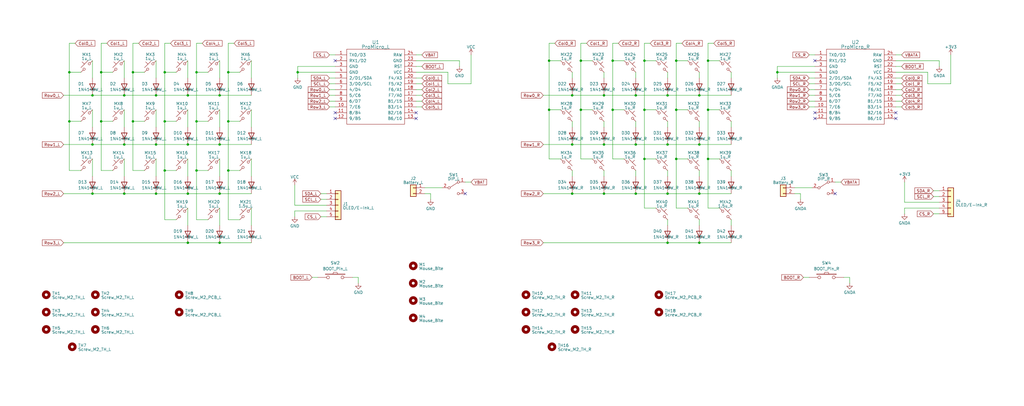
<source format=kicad_sch>
(kicad_sch (version 20220404) (generator eeschema)
  (paper "User" 450.012 178.511)
  (title_block (title "Corne Chocoflan") (date "2023-07-01") (rev "2") (comment 1 "Copyright © 2023 HorrorTroll") (comment 2 "GPL2 License"))
  (lib_symbols
    (symbol "Connector_Generic:Conn_01x02" (pin_names (offset 1.016) hide)
      (property "Reference" "J" (at 0 2.54 0))
      (property "Value" "Conn_01x02" (at 0 -5.08 0))
      (symbol "Conn_01x02_1_1"
        (pin passive line (at -5.08 0 0) (length 3.81) (name "Pin_1") (number "1"))
        (pin passive line (at -5.08 -2.54 0) (length 3.81) (name "Pin_2") (number "2"))
      )
    )
    (symbol "Connector_Generic:Conn_01x05" (pin_names (offset 1.016) hide)
      (property "Reference" "J" (at 0 7.62 0))
      (property "Value" "Conn_01x05" (at 0 -7.62 0))
      (symbol "Conn_01x05_1_1"
        (pin passive line (at -5.08 5.08 0) (length 3.81) (name "Pin_1") (number "1"))
        (pin passive line (at -5.08 2.54 0) (length 3.81) (name "Pin_2") (number "2"))
        (pin passive line (at -5.08 0 0) (length 3.81) (name "Pin_3") (number "3"))
        (pin passive line (at -5.08 -2.54 0) (length 3.81) (name "Pin_4") (number "4"))
        (pin passive line (at -5.08 -5.08 0) (length 3.81) (name "Pin_5") (number "5"))
      )
    )
    (symbol "Device:D" (pin_numbers hide) (pin_names (offset 1.016) hide)
      (property "Reference" "D" (at 0 2.54 0))
      (property "Value" "D" (at 0 -2.54 0))
      (symbol "D_1_1"
        (pin passive line (at -3.81 0 0) (length 2.54) (name "K") (number "1"))
        (pin passive line (at 3.81 0 180) (length 2.54) (name "A") (number "2"))
      )
    )
    (symbol "Mechanical:MountingHole" (pin_names (offset 1.016))
      (property "Reference" "H" (at 0 5.08 0))
      (property "Value" "MountingHole" (at 0 3.175 0))
    )
    (symbol "ProMicro_1" (pin_names (offset 1.016))
      (property "Reference" "U" (at 0 20.32 0))
      (property "Value" "ProMicro_1" (at 0 17.78 0))
      (symbol "ProMicro_1_1_1"
        (pin bidirectional line (at -17.78 13.97 0) (length 5.08) (name "TX0/D3") (number "1"))
        (pin bidirectional line (at -17.78 -8.89 0) (length 5.08) (name "7/E6") (number "10"))
        (pin bidirectional line (at -17.78 -11.43 0) (length 5.08) (name "8/B4") (number "11"))
        (pin bidirectional line (at -17.78 -13.97 0) (length 5.08) (name "9/B5") (number "12"))
        (pin bidirectional line (at 17.78 -13.97 180) (length 5.08) (name "B6/10") (number "13"))
        (pin bidirectional line (at 17.78 -11.43 180) (length 5.08) (name "B2/16") (number "14"))
        (pin bidirectional line (at 17.78 -8.89 180) (length 5.08) (name "B3/14") (number "15"))
        (pin bidirectional line (at 17.78 -6.35 180) (length 5.08) (name "B1/15") (number "16"))
        (pin bidirectional line (at 17.78 -3.81 180) (length 5.08) (name "F7/A0") (number "17"))
        (pin bidirectional line (at 17.78 -1.27 180) (length 5.08) (name "F6/A1") (number "18"))
        (pin bidirectional line (at 17.78 1.27 180) (length 5.08) (name "F5/A2") (number "19"))
        (pin bidirectional line (at -17.78 11.43 0) (length 5.08) (name "RX1/D2") (number "2"))
        (pin bidirectional line (at 17.78 3.81 180) (length 5.08) (name "F4/A3") (number "20"))
        (pin power_in line (at 17.78 6.35 180) (length 5.08) (name "VCC") (number "21"))
        (pin input line (at 17.78 8.89 180) (length 5.08) (name "RST") (number "22"))
        (pin power_in line (at 17.78 11.43 180) (length 5.08) (name "GND") (number "23"))
        (pin power_out line (at 17.78 13.97 180) (length 5.08) (name "RAW") (number "24"))
        (pin power_in line (at -17.78 8.89 0) (length 5.08) (name "GND") (number "3"))
        (pin power_in line (at -17.78 6.35 0) (length 5.08) (name "GND") (number "4"))
        (pin bidirectional line (at -17.78 3.81 0) (length 5.08) (name "2/D1/SDA") (number "5"))
        (pin bidirectional line (at -17.78 1.27 0) (length 5.08) (name "3/D0/SCL") (number "6"))
        (pin bidirectional line (at -17.78 -1.27 0) (length 5.08) (name "4/D4") (number "7"))
        (pin bidirectional line (at -17.78 -3.81 0) (length 5.08) (name "5/C6") (number "8"))
        (pin bidirectional line (at -17.78 -6.35 0) (length 5.08) (name "6/D7") (number "9"))
      )
    )
    (symbol "Switch:SW_SPDT" (pin_names (offset 0) hide)
      (property "Reference" "SW" (at 0 4.318 0))
      (property "Value" "SW_SPDT" (at 0 -5.08 0))
      (symbol "SW_SPDT_1_1"
        (pin passive line (at 5.08 2.54 180) (length 2.54) (name "A") (number "1"))
        (pin passive line (at -5.08 0 0) (length 2.54) (name "B") (number "2"))
        (pin passive line (at 5.08 -2.54 180) (length 2.54) (name "C") (number "3"))
      )
    )
    (symbol "horrortroll_lib:ProMicro" (pin_names (offset 1.016))
      (property "Reference" "U" (at 0 20.32 0))
      (property "Value" "ProMicro" (at 0 17.78 0))
      (symbol "ProMicro_1_1"
        (pin bidirectional line (at -17.78 13.97 0) (length 5.08) (name "TX0/D3") (number "1"))
        (pin bidirectional line (at -17.78 -8.89 0) (length 5.08) (name "7/E6") (number "10"))
        (pin bidirectional line (at -17.78 -11.43 0) (length 5.08) (name "8/B4") (number "11"))
        (pin bidirectional line (at -17.78 -13.97 0) (length 5.08) (name "9/B5") (number "12"))
        (pin bidirectional line (at 17.78 -13.97 180) (length 5.08) (name "B6/10") (number "13"))
        (pin bidirectional line (at 17.78 -11.43 180) (length 5.08) (name "B2/16") (number "14"))
        (pin bidirectional line (at 17.78 -8.89 180) (length 5.08) (name "B3/14") (number "15"))
        (pin bidirectional line (at 17.78 -6.35 180) (length 5.08) (name "B1/15") (number "16"))
        (pin bidirectional line (at 17.78 -3.81 180) (length 5.08) (name "F7/A0") (number "17"))
        (pin bidirectional line (at 17.78 -1.27 180) (length 5.08) (name "F6/A1") (number "18"))
        (pin bidirectional line (at 17.78 1.27 180) (length 5.08) (name "F5/A2") (number "19"))
        (pin bidirectional line (at -17.78 11.43 0) (length 5.08) (name "RX1/D2") (number "2"))
        (pin bidirectional line (at 17.78 3.81 180) (length 5.08) (name "F4/A3") (number "20"))
        (pin power_in line (at 17.78 6.35 180) (length 5.08) (name "VCC") (number "21"))
        (pin input line (at 17.78 8.89 180) (length 5.08) (name "RST") (number "22"))
        (pin power_in line (at 17.78 11.43 180) (length 5.08) (name "GND") (number "23"))
        (pin power_out line (at 17.78 13.97 180) (length 5.08) (name "RAW") (number "24"))
        (pin power_in line (at -17.78 8.89 0) (length 5.08) (name "GND") (number "3"))
        (pin power_in line (at -17.78 6.35 0) (length 5.08) (name "GND") (number "4"))
        (pin bidirectional line (at -17.78 3.81 0) (length 5.08) (name "2/D1/SDA") (number "5"))
        (pin bidirectional line (at -17.78 1.27 0) (length 5.08) (name "3/D0/SCL") (number "6"))
        (pin bidirectional line (at -17.78 -1.27 0) (length 5.08) (name "4/D4") (number "7"))
        (pin bidirectional line (at -17.78 -3.81 0) (length 5.08) (name "5/C6") (number "8"))
        (pin bidirectional line (at -17.78 -6.35 0) (length 5.08) (name "6/D7") (number "9"))
      )
    )
    (symbol "horrortroll_lib:SW_MX_CHOC" (pin_numbers hide) (pin_names (offset 1.016) hide)
      (property "Reference" "SW" (at 0 5.08 0))
      (property "Value" "SW_MX_CHOC" (at 0 -5.08 0))
      (symbol "SW_MX_CHOC_0_1"
        (pin passive line (at -2.54 2.54 0) (length 0) (name "1") (number "1"))
        (pin passive line (at 2.54 -2.54 180) (length 0) (name "2") (number "2"))
      )
    )
    (symbol "horrortroll_lib:SW_PUSH" (pin_numbers hide) (pin_names (offset 1.016) hide)
      (property "Reference" "SW" (at 0 3.81 0))
      (property "Value" "SW_PUSH" (at 0 -2.54 0))
      (symbol "SW_PUSH_0_1"
        (pin passive inverted (at -7.62 0 0) (length 5.08) (name "1") (number "1"))
        (pin passive inverted (at 7.62 0 180) (length 5.08) (name "2") (number "2"))
      )
    )
    (symbol "power:+3.3V" (power) (pin_names (offset 0))
      (property "Value" "+3.3V" (at 0 3.556 0))
      (symbol "+3.3V_1_1"
        (pin power_in line (at 0 0 90) (length 0) hide (name "+3V3") (number "1"))
      )
    )
    (symbol "power:GND" (power) (pin_names (offset 0))
      (property "Value" "GND" (at 0 -3.81 0))
      (symbol "GND_1_1"
        (pin power_in line (at 0 0 270) (length 0) hide (name "GND") (number "1"))
      )
    )
    (symbol "power:GNDA" (power) (pin_names (offset 0))
      (property "Value" "GNDA" (at 0 -3.81 0))
      (symbol "GNDA_1_1"
        (pin power_in line (at 0 0 270) (length 0) hide (name "GNDA") (number "1"))
      )
    )
    (symbol "power:VCC" (power) (pin_names (offset 0))
      (property "Value" "VCC" (at 0 3.81 0))
      (symbol "VCC_1_1"
        (pin power_in line (at 0 0 90) (length 0) hide (name "VCC") (number "1"))
      )
    )
  )
  (junction (at 100.33 74.93))
  (junction (at 251.46 85.09))
  (junction (at 82.55 41.91))
  (junction (at 255.27 26.67))
  (junction (at 279.4 85.09))
  (junction (at 96.52 106.68))
  (junction (at 40.64 63.5))
  (junction (at 72.39 53.34))
  (junction (at 311.15 26.67))
  (junction (at 311.15 48.26))
  (junction (at 58.42 53.34))
  (junction (at 82.55 85.09))
  (junction (at 54.61 63.5))
  (junction (at 68.58 41.91))
  (junction (at 283.21 48.26))
  (junction (at 293.37 41.91))
  (junction (at 307.34 41.91))
  (junction (at 86.36 74.93))
  (junction (at 54.61 41.91))
  (junction (at 341.63 31.75))
  (junction (at 251.46 41.91))
  (junction (at 40.64 41.91))
  (junction (at 279.4 41.91))
  (junction (at 269.24 48.26))
  (junction (at 54.61 85.09))
  (junction (at 86.36 53.34))
  (junction (at 297.18 48.26))
  (junction (at 279.4 63.5))
  (junction (at 72.39 74.93))
  (junction (at 297.18 26.67))
  (junction (at 293.37 106.68))
  (junction (at 307.34 106.68))
  (junction (at 297.18 69.85))
  (junction (at 82.55 106.68))
  (junction (at 72.39 31.75))
  (junction (at 311.15 69.85))
  (junction (at 100.33 31.75))
  (junction (at 265.43 63.5))
  (junction (at 68.58 85.09))
  (junction (at 86.36 31.75))
  (junction (at 255.27 48.26))
  (junction (at 241.3 48.26))
  (junction (at 307.34 63.5))
  (junction (at 82.55 63.5))
  (junction (at 293.37 63.5))
  (junction (at 40.64 85.09))
  (junction (at 30.48 53.34))
  (junction (at 130.81 31.75))
  (junction (at 30.48 31.75))
  (junction (at 265.43 41.91))
  (junction (at 269.24 26.67))
  (junction (at 100.33 53.34))
  (junction (at 251.46 63.5))
  (junction (at 44.45 31.75))
  (junction (at 283.21 26.67))
  (junction (at 44.45 53.34))
  (junction (at 96.52 85.09))
  (junction (at 293.37 85.09))
  (junction (at 96.52 63.5))
  (junction (at 96.52 41.91))
  (junction (at 241.3 26.67))
  (junction (at 58.42 31.75))
  (junction (at 68.58 63.5))
  (junction (at 307.34 85.09))
  (junction (at 283.21 69.85))
  (junction (at 265.43 85.09))
  (no_connect (at 204.47 85.09))
  (no_connect (at 147.32 26.67))
  (no_connect (at 358.14 52.07))
  (no_connect (at 358.14 49.53))
  (no_connect (at 393.7 52.07))
  (no_connect (at 393.7 49.53))
  (no_connect (at 358.14 26.67))
  (no_connect (at 182.88 49.53))
  (no_connect (at 182.88 52.07))
  (no_connect (at 367.03 85.09))
  (no_connect (at 147.32 52.07))
  (no_connect (at 147.32 49.53))
  (wire (pts (xy 40.64 48.26) (xy 40.64 55.88)))
  (wire (pts (xy 72.39 74.93) (xy 72.39 96.52)))
  (wire (pts (xy 82.55 26.67) (xy 82.55 34.29)))
  (wire (pts (xy 393.7 31.75) (xy 407.67 31.75)))
  (wire (pts (xy 185.42 29.21) (xy 182.88 29.21)))
  (wire (pts (xy 311.15 91.44) (xy 316.23 91.44)))
  (wire (pts (xy 269.24 48.26) (xy 269.24 69.85)))
  (wire (pts (xy 44.45 53.34) (xy 49.53 53.34)))
  (wire (pts (xy 196.85 36.83) (xy 196.85 31.75)))
  (wire (pts (xy 207.01 36.83) (xy 207.01 24.13)))
  (wire (pts (xy 58.42 74.93) (xy 63.5 74.93)))
  (wire (pts (xy 265.43 85.09) (xy 279.4 85.09)))
  (wire (pts (xy 68.58 48.26) (xy 68.58 55.88)))
  (wire (pts (xy 412.75 91.44) (xy 397.51 91.44)))
  (wire (pts (xy 54.61 26.67) (xy 54.61 34.29)))
  (wire (pts (xy 54.61 41.91) (xy 68.58 41.91)))
  (wire (pts (xy 44.45 74.93) (xy 49.53 74.93)))
  (wire (pts (xy 311.15 69.85) (xy 311.15 91.44)))
  (wire (pts (xy 412.75 88.9) (xy 397.51 88.9)))
  (wire (pts (xy 283.21 48.26) (xy 288.29 48.26)))
  (wire (pts (xy 283.21 69.85) (xy 288.29 69.85)))
  (wire (pts (xy 353.06 121.92) (xy 355.6 121.92)))
  (wire (pts (xy 283.21 69.85) (xy 283.21 91.44)))
  (wire (pts (xy 373.38 121.92) (xy 370.84 121.92)))
  (wire (pts (xy 396.24 29.21) (xy 393.7 29.21)))
  (wire (pts (xy 265.43 41.91) (xy 279.4 41.91)))
  (wire (pts (xy 307.34 63.5) (xy 321.31 63.5)))
  (wire (pts (xy 271.78 19.05) (xy 269.24 19.05)))
  (wire (pts (xy 72.39 96.52) (xy 77.47 96.52)))
  (wire (pts (xy 60.96 19.05) (xy 58.42 19.05)))
  (wire (pts (xy 341.63 31.75) (xy 358.14 31.75)))
  (wire (pts (xy 130.81 31.75) (xy 147.32 31.75)))
  (wire (pts (xy 72.39 74.93) (xy 77.47 74.93)))
  (wire (pts (xy 86.36 53.34) (xy 86.36 74.93)))
  (wire (pts (xy 297.18 69.85) (xy 297.18 91.44)))
  (wire (pts (xy 68.58 63.5) (xy 82.55 63.5)))
  (wire (pts (xy 74.93 19.05) (xy 72.39 19.05)))
  (wire (pts (xy 82.55 106.68) (xy 96.52 106.68)))
  (wire (pts (xy 72.39 53.34) (xy 72.39 74.93)))
  (wire (pts (xy 86.36 96.52) (xy 91.44 96.52)))
  (wire (pts (xy 355.6 39.37) (xy 358.14 39.37)))
  (wire (pts (xy 27.94 85.09) (xy 40.64 85.09)))
  (wire (pts (xy 251.46 85.09) (xy 265.43 85.09)))
  (wire (pts (xy 321.31 31.75) (xy 321.31 34.29)))
  (wire (pts (xy 311.15 26.67) (xy 311.15 48.26)))
  (wire (pts (xy 265.43 74.93) (xy 265.43 77.47)))
  (wire (pts (xy 27.94 63.5) (xy 40.64 63.5)))
  (wire (pts (xy 68.58 85.09) (xy 82.55 85.09)))
  (wire (pts (xy 96.52 41.91) (xy 110.49 41.91)))
  (wire (pts (xy 396.24 36.83) (xy 393.7 36.83)))
  (wire (pts (xy 238.76 85.09) (xy 251.46 85.09)))
  (wire (pts (xy 86.36 31.75) (xy 86.36 53.34)))
  (wire (pts (xy 40.64 41.91) (xy 54.61 41.91)))
  (wire (pts (xy 307.34 41.91) (xy 321.31 41.91)))
  (wire (pts (xy 321.31 53.34) (xy 321.31 55.88)))
  (wire (pts (xy 27.94 106.68) (xy 82.55 106.68)))
  (wire (pts (xy 397.51 91.44) (xy 397.51 93.98)))
  (wire (pts (xy 86.36 74.93) (xy 86.36 96.52)))
  (wire (pts (xy 246.38 69.85) (xy 241.3 69.85)))
  (wire (pts (xy 297.18 19.05) (xy 297.18 26.67)))
  (wire (pts (xy 311.15 26.67) (xy 316.23 26.67)))
  (wire (pts (xy 96.52 69.85) (xy 96.52 77.47)))
  (wire (pts (xy 321.31 96.52) (xy 321.31 99.06)))
  (wire (pts (xy 367.03 80.01) (xy 369.57 80.01)))
  (wire (pts (xy 144.78 24.13) (xy 147.32 24.13)))
  (wire (pts (xy 82.55 85.09) (xy 96.52 85.09)))
  (wire (pts (xy 307.34 74.93) (xy 307.34 77.47)))
  (wire (pts (xy 238.76 41.91) (xy 251.46 41.91)))
  (wire (pts (xy 58.42 19.05) (xy 58.42 31.75)))
  (wire (pts (xy 255.27 48.26) (xy 260.35 48.26)))
  (wire (pts (xy 255.27 26.67) (xy 255.27 48.26)))
  (wire (pts (xy 144.78 46.99) (xy 147.32 46.99)))
  (wire (pts (xy 130.81 29.21) (xy 147.32 29.21)))
  (wire (pts (xy 355.6 41.91) (xy 358.14 41.91)))
  (wire (pts (xy 283.21 91.44) (xy 288.29 91.44)))
  (wire (pts (xy 241.3 48.26) (xy 246.38 48.26)))
  (wire (pts (xy 68.58 41.91) (xy 82.55 41.91)))
  (wire (pts (xy 100.33 19.05) (xy 100.33 31.75)))
  (wire (pts (xy 238.76 106.68) (xy 293.37 106.68)))
  (wire (pts (xy 143.51 92.71) (xy 129.54 92.71)))
  (wire (pts (xy 82.55 41.91) (xy 96.52 41.91)))
  (wire (pts (xy 297.18 48.26) (xy 302.26 48.26)))
  (wire (pts (xy 72.39 31.75) (xy 77.47 31.75)))
  (wire (pts (xy 397.51 88.9) (xy 397.51 80.01)))
  (wire (pts (xy 96.52 106.68) (xy 110.49 106.68)))
  (wire (pts (xy 100.33 74.93) (xy 100.33 96.52)))
  (wire (pts (xy 307.34 53.34) (xy 307.34 55.88)))
  (wire (pts (xy 283.21 26.67) (xy 283.21 48.26)))
  (wire (pts (xy 396.24 34.29) (xy 393.7 34.29)))
  (wire (pts (xy 297.18 48.26) (xy 297.18 69.85)))
  (wire (pts (xy 311.15 69.85) (xy 316.23 69.85)))
  (wire (pts (xy 96.52 85.09) (xy 110.49 85.09)))
  (wire (pts (xy 44.45 53.34) (xy 44.45 74.93)))
  (wire (pts (xy 241.3 19.05) (xy 241.3 26.67)))
  (wire (pts (xy 100.33 53.34) (xy 100.33 74.93)))
  (wire (pts (xy 341.63 29.21) (xy 341.63 31.75)))
  (wire (pts (xy 185.42 34.29) (xy 182.88 34.29)))
  (wire (pts (xy 396.24 44.45) (xy 393.7 44.45)))
  (wire (pts (xy 44.45 31.75) (xy 44.45 53.34)))
  (wire (pts (xy 341.63 29.21) (xy 358.14 29.21)))
  (wire (pts (xy 279.4 85.09) (xy 293.37 85.09)))
  (wire (pts (xy 313.69 19.05) (xy 311.15 19.05)))
  (wire (pts (xy 279.4 53.34) (xy 279.4 55.88)))
  (wire (pts (xy 293.37 85.09) (xy 307.34 85.09)))
  (wire (pts (xy 293.37 106.68) (xy 307.34 106.68)))
  (wire (pts (xy 100.33 74.93) (xy 105.41 74.93)))
  (wire (pts (xy 54.61 48.26) (xy 54.61 55.88)))
  (wire (pts (xy 54.61 63.5) (xy 68.58 63.5)))
  (wire (pts (xy 30.48 53.34) (xy 35.56 53.34)))
  (wire (pts (xy 30.48 74.93) (xy 35.56 74.93)))
  (wire (pts (xy 410.21 83.82) (xy 412.75 83.82)))
  (wire (pts (xy 241.3 26.67) (xy 241.3 48.26)))
  (wire (pts (xy 86.36 53.34) (xy 91.44 53.34)))
  (wire (pts (xy 355.6 46.99) (xy 358.14 46.99)))
  (wire (pts (xy 100.33 31.75) (xy 100.33 53.34)))
  (wire (pts (xy 307.34 85.09) (xy 321.31 85.09)))
  (wire (pts (xy 307.34 96.52) (xy 307.34 99.06)))
  (wire (pts (xy 137.16 121.92) (xy 139.7 121.92)))
  (wire (pts (xy 297.18 26.67) (xy 302.26 26.67)))
  (wire (pts (xy 130.81 29.21) (xy 130.81 31.75)))
  (wire (pts (xy 311.15 48.26) (xy 316.23 48.26)))
  (wire (pts (xy 265.43 53.34) (xy 265.43 55.88)))
  (wire (pts (xy 72.39 19.05) (xy 72.39 31.75)))
  (wire (pts (xy 355.6 36.83) (xy 358.14 36.83)))
  (wire (pts (xy 410.21 93.98) (xy 412.75 93.98)))
  (wire (pts (xy 279.4 74.93) (xy 279.4 77.47)))
  (wire (pts (xy 251.46 74.93) (xy 251.46 77.47)))
  (wire (pts (xy 255.27 48.26) (xy 255.27 69.85)))
  (wire (pts (xy 417.83 36.83) (xy 417.83 24.13)))
  (wire (pts (xy 40.64 26.67) (xy 40.64 34.29)))
  (wire (pts (xy 82.55 91.44) (xy 82.55 99.06)))
  (wire (pts (xy 140.97 85.09) (xy 143.51 85.09)))
  (wire (pts (xy 297.18 91.44) (xy 302.26 91.44)))
  (wire (pts (xy 279.4 63.5) (xy 293.37 63.5)))
  (wire (pts (xy 44.45 19.05) (xy 44.45 31.75)))
  (wire (pts (xy 255.27 26.67) (xy 260.35 26.67)))
  (wire (pts (xy 283.21 26.67) (xy 288.29 26.67)))
  (wire (pts (xy 311.15 19.05) (xy 311.15 26.67)))
  (wire (pts (xy 157.48 124.46) (xy 157.48 121.92)))
  (wire (pts (xy 68.58 69.85) (xy 68.58 77.47)))
  (wire (pts (xy 46.99 19.05) (xy 44.45 19.05)))
  (wire (pts (xy 238.76 63.5) (xy 251.46 63.5)))
  (wire (pts (xy 54.61 85.09) (xy 68.58 85.09)))
  (wire (pts (xy 269.24 69.85) (xy 274.32 69.85)))
  (wire (pts (xy 30.48 31.75) (xy 35.56 31.75)))
  (wire (pts (xy 58.42 31.75) (xy 63.5 31.75)))
  (wire (pts (xy 110.49 48.26) (xy 110.49 55.88)))
  (wire (pts (xy 144.78 39.37) (xy 147.32 39.37)))
  (wire (pts (xy 396.24 46.99) (xy 393.7 46.99)))
  (wire (pts (xy 393.7 26.67) (xy 412.75 26.67)))
  (wire (pts (xy 185.42 24.13) (xy 182.88 24.13)))
  (wire (pts (xy 356.87 82.55) (xy 349.25 82.55)))
  (wire (pts (xy 307.34 31.75) (xy 307.34 34.29)))
  (wire (pts (xy 201.93 26.67) (xy 201.93 29.21)))
  (wire (pts (xy 54.61 69.85) (xy 54.61 77.47)))
  (wire (pts (xy 157.48 121.92) (xy 154.94 121.92)))
  (wire (pts (xy 355.6 24.13) (xy 358.14 24.13)))
  (wire (pts (xy 351.79 85.09) (xy 351.79 87.63)))
  (wire (pts (xy 40.64 63.5) (xy 54.61 63.5)))
  (wire (pts (xy 185.42 46.99) (xy 182.88 46.99)))
  (wire (pts (xy 241.3 26.67) (xy 246.38 26.67)))
  (wire (pts (xy 269.24 19.05) (xy 269.24 26.67)))
  (wire (pts (xy 30.48 31.75) (xy 30.48 53.34)))
  (wire (pts (xy 100.33 31.75) (xy 105.41 31.75)))
  (wire (pts (xy 283.21 19.05) (xy 283.21 26.67)))
  (wire (pts (xy 144.78 41.91) (xy 147.32 41.91)))
  (wire (pts (xy 299.72 19.05) (xy 297.18 19.05)))
  (wire (pts (xy 86.36 19.05) (xy 86.36 31.75)))
  (wire (pts (xy 255.27 69.85) (xy 260.35 69.85)))
  (wire (pts (xy 96.52 63.5) (xy 110.49 63.5)))
  (wire (pts (xy 100.33 96.52) (xy 105.41 96.52)))
  (wire (pts (xy 129.54 92.71) (xy 129.54 95.25)))
  (wire (pts (xy 140.97 87.63) (xy 143.51 87.63)))
  (wire (pts (xy 396.24 24.13) (xy 393.7 24.13)))
  (wire (pts (xy 283.21 48.26) (xy 283.21 69.85)))
  (wire (pts (xy 396.24 39.37) (xy 393.7 39.37)))
  (wire (pts (xy 110.49 91.44) (xy 110.49 99.06)))
  (wire (pts (xy 297.18 69.85) (xy 302.26 69.85)))
  (wire (pts (xy 58.42 31.75) (xy 58.42 53.34)))
  (wire (pts (xy 144.78 44.45) (xy 147.32 44.45)))
  (wire (pts (xy 265.43 31.75) (xy 265.43 34.29)))
  (wire (pts (xy 293.37 31.75) (xy 293.37 34.29)))
  (wire (pts (xy 58.42 53.34) (xy 58.42 74.93)))
  (wire (pts (xy 82.55 48.26) (xy 82.55 55.88)))
  (wire (pts (xy 257.81 19.05) (xy 255.27 19.05)))
  (wire (pts (xy 40.64 69.85) (xy 40.64 77.47)))
  (wire (pts (xy 321.31 74.93) (xy 321.31 77.47)))
  (wire (pts (xy 373.38 124.46) (xy 373.38 121.92)))
  (wire (pts (xy 251.46 31.75) (xy 251.46 34.29)))
  (wire (pts (xy 412.75 86.36) (xy 410.21 86.36)))
  (wire (pts (xy 102.87 19.05) (xy 100.33 19.05)))
  (wire (pts (xy 341.63 34.29) (xy 341.63 31.75)))
  (wire (pts (xy 311.15 48.26) (xy 311.15 69.85)))
  (wire (pts (xy 279.4 41.91) (xy 293.37 41.91)))
  (wire (pts (xy 279.4 31.75) (xy 279.4 34.29)))
  (wire (pts (xy 407.67 36.83) (xy 417.83 36.83)))
  (wire (pts (xy 412.75 26.67) (xy 412.75 29.21)))
  (wire (pts (xy 293.37 53.34) (xy 293.37 55.88)))
  (wire (pts (xy 196.85 36.83) (xy 207.01 36.83)))
  (wire (pts (xy 297.18 26.67) (xy 297.18 48.26)))
  (wire (pts (xy 293.37 96.52) (xy 293.37 99.06)))
  (wire (pts (xy 355.6 34.29) (xy 358.14 34.29)))
  (wire (pts (xy 255.27 19.05) (xy 255.27 26.67)))
  (wire (pts (xy 82.55 69.85) (xy 82.55 77.47)))
  (wire (pts (xy 407.67 36.83) (xy 407.67 31.75)))
  (wire (pts (xy 189.23 85.09) (xy 189.23 87.63)))
  (wire (pts (xy 185.42 39.37) (xy 182.88 39.37)))
  (wire (pts (xy 194.31 82.55) (xy 186.69 82.55)))
  (wire (pts (xy 33.02 19.05) (xy 30.48 19.05)))
  (wire (pts (xy 86.36 74.93) (xy 91.44 74.93)))
  (wire (pts (xy 285.75 19.05) (xy 283.21 19.05)))
  (wire (pts (xy 251.46 41.91) (xy 265.43 41.91)))
  (wire (pts (xy 96.52 26.67) (xy 96.52 34.29)))
  (wire (pts (xy 72.39 53.34) (xy 77.47 53.34)))
  (wire (pts (xy 185.42 36.83) (xy 182.88 36.83)))
  (wire (pts (xy 86.36 31.75) (xy 91.44 31.75)))
  (wire (pts (xy 251.46 63.5) (xy 265.43 63.5)))
  (wire (pts (xy 182.88 26.67) (xy 201.93 26.67)))
  (wire (pts (xy 27.94 41.91) (xy 40.64 41.91)))
  (wire (pts (xy 44.45 31.75) (xy 49.53 31.75)))
  (wire (pts (xy 110.49 26.67) (xy 110.49 34.29)))
  (wire (pts (xy 110.49 69.85) (xy 110.49 77.47)))
  (wire (pts (xy 293.37 74.93) (xy 293.37 77.47)))
  (wire (pts (xy 185.42 41.91) (xy 182.88 41.91)))
  (wire (pts (xy 100.33 53.34) (xy 105.41 53.34)))
  (wire (pts (xy 96.52 48.26) (xy 96.52 55.88)))
  (wire (pts (xy 241.3 48.26) (xy 241.3 69.85)))
  (wire (pts (xy 204.47 80.01) (xy 207.01 80.01)))
  (wire (pts (xy 269.24 26.67) (xy 274.32 26.67)))
  (wire (pts (xy 182.88 31.75) (xy 196.85 31.75)))
  (wire (pts (xy 269.24 48.26) (xy 274.32 48.26)))
  (wire (pts (xy 144.78 34.29) (xy 147.32 34.29)))
  (wire (pts (xy 88.9 19.05) (xy 86.36 19.05)))
  (wire (pts (xy 30.48 53.34) (xy 30.48 74.93)))
  (wire (pts (xy 129.54 90.17) (xy 129.54 81.28)))
  (wire (pts (xy 307.34 106.68) (xy 321.31 106.68)))
  (wire (pts (xy 96.52 91.44) (xy 96.52 99.06)))
  (wire (pts (xy 293.37 63.5) (xy 307.34 63.5)))
  (wire (pts (xy 251.46 53.34) (xy 251.46 55.88)))
  (wire (pts (xy 243.84 19.05) (xy 241.3 19.05)))
  (wire (pts (xy 72.39 31.75) (xy 72.39 53.34)))
  (wire (pts (xy 40.64 85.09) (xy 54.61 85.09)))
  (wire (pts (xy 58.42 53.34) (xy 63.5 53.34)))
  (wire (pts (xy 30.48 19.05) (xy 30.48 31.75)))
  (wire (pts (xy 82.55 63.5) (xy 96.52 63.5)))
  (wire (pts (xy 185.42 44.45) (xy 182.88 44.45)))
  (wire (pts (xy 349.25 85.09) (xy 351.79 85.09)))
  (wire (pts (xy 355.6 44.45) (xy 358.14 44.45)))
  (wire (pts (xy 140.97 95.25) (xy 143.51 95.25)))
  (wire (pts (xy 143.51 90.17) (xy 129.54 90.17)))
  (wire (pts (xy 130.81 34.29) (xy 130.81 31.75)))
  (wire (pts (xy 265.43 63.5) (xy 279.4 63.5)))
  (wire (pts (xy 396.24 41.91) (xy 393.7 41.91)))
  (wire (pts (xy 293.37 41.91) (xy 307.34 41.91)))
  (wire (pts (xy 68.58 26.67) (xy 68.58 34.29)))
  (wire (pts (xy 144.78 36.83) (xy 147.32 36.83)))
  (wire (pts (xy 186.69 85.09) (xy 189.23 85.09)))
  (wire (pts (xy 269.24 26.67) (xy 269.24 48.26)))
  (global_label "Row0_L" (shape input) (at 144.78 39.37 180) (property "Intersheetrefs" "${INTERSHEET_REFS}" (effects hide)))
  (global_label "Col5_L" (shape input) (at 185.42 46.99 0) (property "Intersheetrefs" "${INTERSHEET_REFS}" (effects hide)))
  (global_label "Row0_L" (shape input) (at 27.94 41.91 180) (property "Intersheetrefs" "${INTERSHEET_REFS}" (effects hide)))
  (global_label "Row2_L" (shape input) (at 144.78 44.45 180) (property "Intersheetrefs" "${INTERSHEET_REFS}" (effects hide)))
  (global_label "Col1_R" (shape input) (at 257.81 19.05 0) (property "Intersheetrefs" "${INTERSHEET_REFS}" (effects hide)))
  (global_label "SDA_R" (shape input) (at 355.6 34.29 180) (property "Intersheetrefs" "${INTERSHEET_REFS}" (effects hide)))
  (global_label "Col4_R" (shape input) (at 396.24 44.45 0) (property "Intersheetrefs" "${INTERSHEET_REFS}" (effects hide)))
  (global_label "SDA_L" (shape input) (at 144.78 34.29 180) (property "Intersheetrefs" "${INTERSHEET_REFS}" (effects hide)))
  (global_label "BOOT_R" (shape input) (at 353.06 121.92 180) (property "Intersheetrefs" "${INTERSHEET_REFS}" (effects hide)))
  (global_label "Row1_L" (shape input) (at 144.78 41.91 180) (property "Intersheetrefs" "${INTERSHEET_REFS}" (effects hide)))
  (global_label "Row1_L" (shape input) (at 27.94 63.5 180) (property "Intersheetrefs" "${INTERSHEET_REFS}" (effects hide)))
  (global_label "CS_R" (shape input) (at 410.21 93.98 180) (property "Intersheetrefs" "${INTERSHEET_REFS}" (effects hide)))
  (global_label "VBATA" (shape input) (at 396.24 24.13 0) (property "Intersheetrefs" "${INTERSHEET_REFS}" (effects hide)))
  (global_label "Col0_L" (shape input) (at 185.42 34.29 0) (property "Intersheetrefs" "${INTERSHEET_REFS}" (effects hide)))
  (global_label "BOOT_R" (shape input) (at 396.24 29.21 0) (property "Intersheetrefs" "${INTERSHEET_REFS}" (effects hide)))
  (global_label "Col0_R" (shape input) (at 396.24 34.29 0) (property "Intersheetrefs" "${INTERSHEET_REFS}" (effects hide)))
  (global_label "SCL_R" (shape input) (at 355.6 36.83 180) (property "Intersheetrefs" "${INTERSHEET_REFS}" (effects hide)))
  (global_label "Col3_L" (shape input) (at 74.93 19.05 0) (property "Intersheetrefs" "${INTERSHEET_REFS}" (effects hide)))
  (global_label "BOOT_L" (shape input) (at 137.16 121.92 180) (property "Intersheetrefs" "${INTERSHEET_REFS}" (effects hide)))
  (global_label "Col3_R" (shape input) (at 396.24 41.91 0) (property "Intersheetrefs" "${INTERSHEET_REFS}" (effects hide)))
  (global_label "Col1_R" (shape input) (at 396.24 36.83 0) (property "Intersheetrefs" "${INTERSHEET_REFS}" (effects hide)))
  (global_label "VBAT" (shape input) (at 207.01 80.01 0) (property "Intersheetrefs" "${INTERSHEET_REFS}" (effects hide)))
  (global_label "CS_L" (shape input) (at 140.97 95.25 180) (property "Intersheetrefs" "${INTERSHEET_REFS}" (effects hide)))
  (global_label "CS_L" (shape input) (at 144.78 24.13 180) (property "Intersheetrefs" "${INTERSHEET_REFS}" (effects hide)))
  (global_label "Col2_L" (shape input) (at 60.96 19.05 0) (property "Intersheetrefs" "${INTERSHEET_REFS}" (effects hide)))
  (global_label "SDA_L" (shape input) (at 140.97 85.09 180) (property "Intersheetrefs" "${INTERSHEET_REFS}" (effects hide)))
  (global_label "Col0_L" (shape input) (at 33.02 19.05 0) (property "Intersheetrefs" "${INTERSHEET_REFS}" (effects hide)))
  (global_label "Col5_L" (shape input) (at 102.87 19.05 0) (property "Intersheetrefs" "${INTERSHEET_REFS}" (effects hide)))
  (global_label "VBATA" (shape input) (at 369.57 80.01 0) (property "Intersheetrefs" "${INTERSHEET_REFS}" (effects hide)))
  (global_label "Row0_R" (shape input) (at 355.6 39.37 180) (property "Intersheetrefs" "${INTERSHEET_REFS}" (effects hide)))
  (global_label "Col1_L" (shape input) (at 185.42 36.83 0) (property "Intersheetrefs" "${INTERSHEET_REFS}" (effects hide)))
  (global_label "Col1_L" (shape input) (at 46.99 19.05 0) (property "Intersheetrefs" "${INTERSHEET_REFS}" (effects hide)))
  (global_label "Row3_L" (shape input) (at 144.78 46.99 180) (property "Intersheetrefs" "${INTERSHEET_REFS}" (effects hide)))
  (global_label "Row0_R" (shape input) (at 238.76 41.91 180) (property "Intersheetrefs" "${INTERSHEET_REFS}" (effects hide)))
  (global_label "Col2_R" (shape input) (at 271.78 19.05 0) (property "Intersheetrefs" "${INTERSHEET_REFS}" (effects hide)))
  (global_label "Row2_R" (shape input) (at 238.76 85.09 180) (property "Intersheetrefs" "${INTERSHEET_REFS}" (effects hide)))
  (global_label "BOOT_L" (shape input) (at 185.42 29.21 0) (property "Intersheetrefs" "${INTERSHEET_REFS}" (effects hide)))
  (global_label "Col5_R" (shape input) (at 313.69 19.05 0) (property "Intersheetrefs" "${INTERSHEET_REFS}" (effects hide)))
  (global_label "Col2_R" (shape input) (at 396.24 39.37 0) (property "Intersheetrefs" "${INTERSHEET_REFS}" (effects hide)))
  (global_label "Col4_L" (shape input) (at 185.42 44.45 0) (property "Intersheetrefs" "${INTERSHEET_REFS}" (effects hide)))
  (global_label "Row3_R" (shape input) (at 238.76 106.68 180) (property "Intersheetrefs" "${INTERSHEET_REFS}" (effects hide)))
  (global_label "CS_R" (shape input) (at 355.6 24.13 180) (property "Intersheetrefs" "${INTERSHEET_REFS}" (effects hide)))
  (global_label "Col0_R" (shape input) (at 243.84 19.05 0) (property "Intersheetrefs" "${INTERSHEET_REFS}" (effects hide)))
  (global_label "Col2_L" (shape input) (at 185.42 39.37 0) (property "Intersheetrefs" "${INTERSHEET_REFS}" (effects hide)))
  (global_label "Row1_R" (shape input) (at 238.76 63.5 180) (property "Intersheetrefs" "${INTERSHEET_REFS}" (effects hide)))
  (global_label "SCL_L" (shape input) (at 140.97 87.63 180) (property "Intersheetrefs" "${INTERSHEET_REFS}" (effects hide)))
  (global_label "Col3_L" (shape input) (at 185.42 41.91 0) (property "Intersheetrefs" "${INTERSHEET_REFS}" (effects hide)))
  (global_label "SCL_L" (shape input) (at 144.78 36.83 180) (property "Intersheetrefs" "${INTERSHEET_REFS}" (effects hide)))
  (global_label "Col4_L" (shape input) (at 88.9 19.05 0) (property "Intersheetrefs" "${INTERSHEET_REFS}" (effects hide)))
  (global_label "Row2_L" (shape input) (at 27.94 85.09 180) (property "Intersheetrefs" "${INTERSHEET_REFS}" (effects hide)))
  (global_label "Row1_R" (shape input) (at 355.6 41.91 180) (property "Intersheetrefs" "${INTERSHEET_REFS}" (effects hide)))
  (global_label "Row2_R" (shape input) (at 355.6 44.45 180) (property "Intersheetrefs" "${INTERSHEET_REFS}" (effects hide)))
  (global_label "Row3_R" (shape input) (at 355.6 46.99 180) (property "Intersheetrefs" "${INTERSHEET_REFS}" (effects hide)))
  (global_label "VBAT" (shape input) (at 185.42 24.13 0) (property "Intersheetrefs" "${INTERSHEET_REFS}" (effects hide)))
  (global_label "Row3_L" (shape input) (at 27.94 106.68 180) (property "Intersheetrefs" "${INTERSHEET_REFS}" (effects hide)))
  (global_label "Col3_R" (shape input) (at 285.75 19.05 0) (property "Intersheetrefs" "${INTERSHEET_REFS}" (effects hide)))
  (global_label "Col5_R" (shape input) (at 396.24 46.99 0) (property "Intersheetrefs" "${INTERSHEET_REFS}" (effects hide)))
  (global_label "Col4_R" (shape input) (at 299.72 19.05 0) (property "Intersheetrefs" "${INTERSHEET_REFS}" (effects hide)))
  (global_label "SDA_R" (shape input) (at 410.21 83.82 180) (property "Intersheetrefs" "${INTERSHEET_REFS}" (effects hide)))
  (global_label "SCL_R" (shape input) (at 410.21 86.36 180) (property "Intersheetrefs" "${INTERSHEET_REFS}" (effects hide)))
  (symbol (lib_id "horrortroll_lib:SW_MX_CHOC") (at 290.83 29.21 0) (unit 1)
    (default_instance (reference "SW") (unit 1) (value "MX_SW_HS") (footprint "marbastlib-mx:SW_MX_HS_1u"))
    (property "Reference" "MX25" (at 290.83 23.9649 0))
    (property "Value" "1u_R" (at 290.83 25.7271 0))
    (property "Footprint" "HorrorTroll_lib:SW_choc_v1_v2_HS_1u_corne" (effects hide))
  )
  (symbol (lib_id "Connector_Generic:Conn_01x02") (at 181.61 82.55 0) (mirror y) (unit 1)
    (default_instance (reference "J") (unit 1) (value "Conn_01x02") (footprint ""))
    (property "Reference" "J2" (at 181.61 78.4479 0))
    (property "Value" "Battery_L" (at 181.61 80.2101 0))
    (property "Footprint" "Connector_PinHeader_2.54mm:PinHeader_1x02_P2.54mm_Vertical" (effects hide))
  )
  (symbol (lib_id "horrortroll_lib:SW_MX_CHOC") (at 80.01 29.21 0) (mirror y) (unit 1)
    (default_instance (reference "SW") (unit 1) (value "MX_SW_HS") (footprint "marbastlib-mx:SW_MX_HS_1u"))
    (property "Reference" "MX4" (at 80.01 23.9649 0))
    (property "Value" "1u_L" (at 80.01 25.7271 0))
    (property "Footprint" "HorrorTroll_lib:SW_choc_v1_v2_HS_1u_corne" (effects hide))
  )
  (symbol (lib_id "horrortroll_lib:SW_MX_CHOC") (at 38.1 50.8 0) (mirror y) (unit 1)
    (default_instance (reference "SW") (unit 1) (value "MX_SW_HS") (footprint "marbastlib-mx:SW_MX_HS_1u"))
    (property "Reference" "MX7" (at 38.1 45.5549 0))
    (property "Value" "1u_L" (at 38.1 47.3171 0))
    (property "Footprint" "HorrorTroll_lib:SW_choc_v1_v2_HS_1u_corne" (effects hide))
  )
  (symbol (lib_id "Device:D") (at 307.34 102.87 90) (unit 1)
    (default_instance (reference "D") (unit 1) (value "D") (footprint ""))
    (property "Reference" "D41" (at 300.99 101.6 90) (effects (justify right)))
    (property "Value" "1N4148W_R" (at 300.99 104.14 90) (effects (justify right)))
    (property "Footprint" "Diode_SMD:D_SOD-123" (effects hide))
    (property "LCSC Part Number" "C81598" (effects hide))
  )
  (symbol (lib_id "horrortroll_lib:SW_MX_CHOC") (at 93.98 29.21 0) (mirror y) (unit 1)
    (default_instance (reference "SW") (unit 1) (value "MX_SW_HS") (footprint "marbastlib-mx:SW_MX_HS_1u"))
    (property "Reference" "MX5" (at 93.98 23.9649 0))
    (property "Value" "1u_L" (at 93.98 25.7271 0))
    (property "Footprint" "HorrorTroll_lib:SW_choc_v1_v2_HS_1u_corne" (effects hide))
  )
  (symbol (lib_id "horrortroll_lib:SW_MX_CHOC") (at 248.92 72.39 0) (unit 1)
    (default_instance (reference "SW") (unit 1) (value "MX_SW_HS") (footprint "marbastlib-mx:SW_MX_HS_1u"))
    (property "Reference" "MX34" (at 248.92 67.1449 0))
    (property "Value" "1u_R" (at 248.92 68.9071 0))
    (property "Footprint" "HorrorTroll_lib:SW_choc_v1_v2_HS_1u_corne" (effects hide))
  )
  (symbol (lib_id "horrortroll_lib:SW_MX_CHOC") (at 52.07 29.21 0) (mirror y) (unit 1)
    (default_instance (reference "SW") (unit 1) (value "MX_SW_HS") (footprint "marbastlib-mx:SW_MX_HS_1u"))
    (property "Reference" "MX2" (at 52.07 23.9649 0))
    (property "Value" "1u_L" (at 52.07 25.7271 0))
    (property "Footprint" "HorrorTroll_lib:SW_choc_v1_v2_HS_1u_corne" (effects hide))
  )
  (symbol (lib_id "Device:D") (at 110.49 81.28 90) (unit 1)
    (default_instance (reference "D") (unit 1) (value "D") (footprint ""))
    (property "Reference" "D18" (at 104.14 80.01 90) (effects (justify right)))
    (property "Value" "1N4148W_L" (at 104.14 82.55 90) (effects (justify right)))
    (property "Footprint" "Diode_SMD:D_SOD-123" (effects hide))
    (property "LCSC Part Number" "C81598" (effects hide))
  )
  (symbol (lib_id "horrortroll_lib:SW_MX_CHOC") (at 276.86 29.21 0) (unit 1)
    (default_instance (reference "SW") (unit 1) (value "MX_SW_HS") (footprint "marbastlib-mx:SW_MX_HS_1u"))
    (property "Reference" "MX24" (at 276.86 23.9649 0))
    (property "Value" "1u_R" (at 276.86 25.7271 0))
    (property "Footprint" "HorrorTroll_lib:SW_choc_v1_v2_HS_1u_corne" (effects hide))
  )
  (symbol (lib_id "Mechanical:MountingHole") (at 231.14 137.16 0) (unit 1)
    (default_instance (reference "H") (unit 1) (value "MountingHole") (footprint ""))
    (property "Reference" "TH12" (at 233.68 136.5655 0) (effects (justify left)))
    (property "Value" "Screw_M2_TH_R" (at 233.68 138.3277 0) (effects (justify left)))
    (property "Footprint" "HorrorTroll_lib:M2_HOLE_v2" (effects hide))
  )
  (symbol (lib_id "Device:D") (at 96.52 38.1 90) (unit 1)
    (default_instance (reference "D") (unit 1) (value "D") (footprint ""))
    (property "Reference" "D5" (at 90.17 36.83 90) (effects (justify right)))
    (property "Value" "1N4148W_L" (at 90.17 39.37 90) (effects (justify right)))
    (property "Footprint" "Diode_SMD:D_SOD-123" (effects hide))
    (property "LCSC Part Number" "C81598" (effects hide))
  )
  (symbol (lib_id "Device:D") (at 293.37 59.69 90) (unit 1)
    (default_instance (reference "D") (unit 1) (value "D") (footprint ""))
    (property "Reference" "D31" (at 287.02 58.42 90) (effects (justify right)))
    (property "Value" "1N4148W_R" (at 287.02 60.96 90) (effects (justify right)))
    (property "Footprint" "Diode_SMD:D_SOD-123" (effects hide))
    (property "LCSC Part Number" "C81598" (effects hide))
  )
  (symbol (lib_id "power:VCC") (at 207.01 24.13 0) (unit 1)
    (default_instance (reference "#PWR") (unit 1) (value "VCC") (footprint ""))
    (property "Reference" "#PWR0102" (effects hide))
    (property "Value" "VCC" (at 207.01 20.6471 0))
  )
  (symbol (lib_id "Mechanical:MountingHole") (at 20.32 129.54 0) (unit 1)
    (default_instance (reference "H") (unit 1) (value "MountingHole") (footprint ""))
    (property "Reference" "TH1" (at 22.86 128.9455 0) (effects (justify left)))
    (property "Value" "Screw_M2_TH_L" (at 22.86 130.7077 0) (effects (justify left)))
    (property "Footprint" "HorrorTroll_lib:M2_HOLE_v2" (effects hide))
  )
  (symbol (lib_id "horrortroll_lib:SW_MX_CHOC") (at 248.92 29.21 0) (unit 1)
    (default_instance (reference "SW") (unit 1) (value "MX_SW_HS") (footprint "marbastlib-mx:SW_MX_HS_1u"))
    (property "Reference" "MX22" (at 248.92 23.9649 0))
    (property "Value" "1u_R" (at 248.92 25.7271 0))
    (property "Footprint" "HorrorTroll_lib:SW_choc_v1_v2_HS_1u_corne" (effects hide))
  )
  (symbol (lib_id "Mechanical:MountingHole") (at 231.14 144.78 0) (unit 1)
    (default_instance (reference "H") (unit 1) (value "MountingHole") (footprint ""))
    (property "Reference" "TH14" (at 233.68 144.1855 0) (effects (justify left)))
    (property "Value" "Screw_M2_TH_R" (at 233.68 145.9477 0) (effects (justify left)))
    (property "Footprint" "HorrorTroll_lib:M2_HOLE_v2" (effects hide))
  )
  (symbol (lib_id "Connector_Generic:Conn_01x02") (at 344.17 82.55 0) (mirror y) (unit 1)
    (default_instance (reference "J") (unit 1) (value "Conn_01x02") (footprint ""))
    (property "Reference" "J3" (at 344.17 78.4479 0))
    (property "Value" "Battery_R" (at 344.17 80.2101 0))
    (property "Footprint" "Connector_PinHeader_2.54mm:PinHeader_1x02_P2.54mm_Vertical" (effects hide))
  )
  (symbol (lib_id "horrortroll_lib:SW_MX_CHOC") (at 80.01 50.8 0) (mirror y) (unit 1)
    (default_instance (reference "SW") (unit 1) (value "MX_SW_HS") (footprint "marbastlib-mx:SW_MX_HS_1u"))
    (property "Reference" "MX10" (at 80.01 45.5549 0))
    (property "Value" "1u_L" (at 80.01 47.3171 0))
    (property "Footprint" "HorrorTroll_lib:SW_choc_v1_v2_HS_1u_corne" (effects hide))
  )
  (symbol (lib_id "horrortroll_lib:SW_MX_CHOC") (at 107.95 29.21 0) (mirror y) (unit 1)
    (default_instance (reference "SW") (unit 1) (value "MX_SW_HS") (footprint "marbastlib-mx:SW_MX_HS_1u"))
    (property "Reference" "MX6" (at 107.95 23.9649 0))
    (property "Value" "1u_L" (at 107.95 25.7271 0))
    (property "Footprint" "HorrorTroll_lib:SW_choc_v1_v2_HS_1u_corne" (effects hide))
  )
  (symbol (lib_id "horrortroll_lib:SW_MX_CHOC") (at 304.8 72.39 0) (unit 1)
    (default_instance (reference "SW") (unit 1) (value "MX_SW_HS") (footprint "marbastlib-mx:SW_MX_HS_1u"))
    (property "Reference" "MX38" (at 304.8 67.1449 0))
    (property "Value" "1u_R" (at 304.8 68.9071 0))
    (property "Footprint" "HorrorTroll_lib:SW_choc_v1_v2_HS_1u_corne" (effects hide))
  )
  (symbol (lib_id "Device:D") (at 251.46 38.1 90) (unit 1)
    (default_instance (reference "D") (unit 1) (value "D") (footprint ""))
    (property "Reference" "D22" (at 245.11 36.83 90) (effects (justify right)))
    (property "Value" "1N4148W_R" (at 245.11 39.37 90) (effects (justify right)))
    (property "Footprint" "Diode_SMD:D_SOD-123" (effects hide))
    (property "LCSC Part Number" "C81598" (effects hide))
  )
  (symbol (lib_id "Device:D") (at 96.52 81.28 90) (unit 1)
    (default_instance (reference "D") (unit 1) (value "D") (footprint ""))
    (property "Reference" "D17" (at 90.17 80.01 90) (effects (justify right)))
    (property "Value" "1N4148W_L" (at 90.17 82.55 90) (effects (justify right)))
    (property "Footprint" "Diode_SMD:D_SOD-123" (effects hide))
    (property "LCSC Part Number" "C81598" (effects hide))
  )
  (symbol (lib_id "Mechanical:MountingHole") (at 181.61 116.84 0) (unit 1)
    (default_instance (reference "H") (unit 1) (value "MountingHole") (footprint ""))
    (property "Reference" "M1" (at 184.15 116.2455 0) (effects (justify left)))
    (property "Value" "Mouse_Bite" (at 184.15 118.0077 0) (effects (justify left)))
    (property "Footprint" "HorrorTroll_lib:mousebites_2mm_big_width" (effects hide))
  )
  (symbol (lib_id "power:GND") (at 157.48 124.46 0) (unit 1)
    (default_instance (reference "#PWR") (unit 1) (value "GND") (footprint ""))
    (property "Reference" "#PWR07" (effects hide))
    (property "Value" "GND" (at 157.48 128.5161 0))
  )
  (symbol (lib_id "power:+3.3V") (at 397.51 80.01 0) (unit 1)
    (default_instance (reference "#PWR") (unit 1) (value "+3.3V") (footprint ""))
    (property "Reference" "#PWR08" (effects hide))
    (property "Value" "+3.3V" (at 397.51 76.5271 0))
  )
  (symbol (lib_id "horrortroll_lib:SW_MX_CHOC") (at 276.86 72.39 0) (unit 1)
    (default_instance (reference "SW") (unit 1) (value "MX_SW_HS") (footprint "marbastlib-mx:SW_MX_HS_1u"))
    (property "Reference" "MX36" (at 276.86 67.1449 0))
    (property "Value" "1u_R" (at 276.86 68.9071 0))
    (property "Footprint" "HorrorTroll_lib:SW_choc_v1_v2_HS_1u_corne" (effects hide))
  )
  (symbol (lib_id "Device:D") (at 321.31 38.1 90) (unit 1)
    (default_instance (reference "D") (unit 1) (value "D") (footprint ""))
    (property "Reference" "D27" (at 314.96 36.83 90) (effects (justify right)))
    (property "Value" "1N4148W_R" (at 314.96 39.37 90) (effects (justify right)))
    (property "Footprint" "Diode_SMD:D_SOD-123" (effects hide))
    (property "LCSC Part Number" "C81598" (effects hide))
  )
  (symbol (lib_id "Device:D") (at 68.58 81.28 90) (unit 1)
    (default_instance (reference "D") (unit 1) (value "D") (footprint ""))
    (property "Reference" "D15" (at 62.23 80.01 90) (effects (justify right)))
    (property "Value" "1N4148W_L" (at 62.23 82.55 90) (effects (justify right)))
    (property "Footprint" "Diode_SMD:D_SOD-123" (effects hide))
    (property "LCSC Part Number" "C81598" (effects hide))
  )
  (symbol (lib_id "Mechanical:MountingHole") (at 41.91 137.16 0) (unit 1)
    (default_instance (reference "H") (unit 1) (value "MountingHole") (footprint ""))
    (property "Reference" "TH4" (at 44.45 136.5655 0) (effects (justify left)))
    (property "Value" "Screw_M2_TH_L" (at 44.45 138.3277 0) (effects (justify left)))
    (property "Footprint" "HorrorTroll_lib:M2_HOLE_v2" (effects hide))
  )
  (symbol (lib_id "horrortroll_lib:SW_MX_CHOC") (at 107.95 50.8 0) (mirror y) (unit 1)
    (default_instance (reference "SW") (unit 1) (value "MX_SW_HS") (footprint "marbastlib-mx:SW_MX_HS_1u"))
    (property "Reference" "MX12" (at 107.95 45.5549 0))
    (property "Value" "1u_L" (at 107.95 47.3171 0))
    (property "Footprint" "HorrorTroll_lib:SW_choc_v1_v2_HS_1u_corne" (effects hide))
  )
  (symbol (lib_id "Device:D") (at 54.61 59.69 90) (unit 1)
    (default_instance (reference "D") (unit 1) (value "D") (footprint ""))
    (property "Reference" "D8" (at 48.26 58.42 90) (effects (justify right)))
    (property "Value" "1N4148W_L" (at 48.26 60.96 90) (effects (justify right)))
    (property "Footprint" "Diode_SMD:D_SOD-123" (effects hide))
    (property "LCSC Part Number" "C81598" (effects hide))
  )
  (symbol (lib_id "Mechanical:MountingHole") (at 252.73 144.78 0) (unit 1)
    (default_instance (reference "H") (unit 1) (value "MountingHole") (footprint ""))
    (property "Reference" "TH15" (at 255.27 144.1855 0) (effects (justify left)))
    (property "Value" "Screw_M2_TH_R" (at 255.27 145.9477 0) (effects (justify left)))
    (property "Footprint" "HorrorTroll_lib:M2_HOLE_v2" (effects hide))
  )
  (symbol (lib_id "Mechanical:MountingHole") (at 181.61 139.7 0) (unit 1)
    (default_instance (reference "H") (unit 1) (value "MountingHole") (footprint ""))
    (property "Reference" "M4" (at 184.15 139.1055 0) (effects (justify left)))
    (property "Value" "Mouse_Bite" (at 184.15 140.8677 0) (effects (justify left)))
    (property "Footprint" "HorrorTroll_lib:mousebites_2mm_big_width" (effects hide))
  )
  (symbol (lib_id "Device:D") (at 251.46 81.28 90) (unit 1)
    (default_instance (reference "D") (unit 1) (value "D") (footprint ""))
    (property "Reference" "D34" (at 245.11 80.01 90) (effects (justify right)))
    (property "Value" "1N4148W_R" (at 245.11 82.55 90) (effects (justify right)))
    (property "Footprint" "Diode_SMD:D_SOD-123" (effects hide))
    (property "LCSC Part Number" "C81598" (effects hide))
  )
  (symbol (lib_id "horrortroll_lib:SW_MX_CHOC") (at 93.98 50.8 0) (mirror y) (unit 1)
    (default_instance (reference "SW") (unit 1) (value "MX_SW_HS") (footprint "marbastlib-mx:SW_MX_HS_1u"))
    (property "Reference" "MX11" (at 93.98 45.5549 0))
    (property "Value" "1u_L" (at 93.98 47.3171 0))
    (property "Footprint" "HorrorTroll_lib:SW_choc_v1_v2_HS_1u_corne" (effects hide))
  )
  (symbol (lib_id "Mechanical:MountingHole") (at 181.61 132.08 0) (unit 1)
    (default_instance (reference "H") (unit 1) (value "MountingHole") (footprint ""))
    (property "Reference" "M3" (at 184.15 131.4855 0) (effects (justify left)))
    (property "Value" "Mouse_Bite" (at 184.15 133.2477 0) (effects (justify left)))
    (property "Footprint" "HorrorTroll_lib:mousebites_2mm_big_width" (effects hide))
  )
  (symbol (lib_id "power:GND") (at 189.23 87.63 0) (unit 1)
    (default_instance (reference "#PWR") (unit 1) (value "GND") (footprint ""))
    (property "Reference" "#PWR05" (effects hide))
    (property "Value" "GND" (at 189.23 91.6861 0))
  )
  (symbol (lib_id "Mechanical:MountingHole") (at 78.74 129.54 0) (unit 1)
    (default_instance (reference "H") (unit 1) (value "MountingHole") (footprint ""))
    (property "Reference" "TH8" (at 81.28 128.9455 0) (effects (justify left)))
    (property "Value" "Screw_M2_PCB_L" (at 81.28 130.7077 0) (effects (justify left)))
    (property "Footprint" "HorrorTroll_lib:M2_HOLE_v2_corne_2.2mm" (effects hide))
  )
  (symbol (lib_id "Switch:SW_SPDT") (at 361.95 82.55 0) (unit 1)
    (default_instance (reference "SW") (unit 1) (value "SW_SPDT") (footprint ""))
    (property "Reference" "SW3" (at 361.95 76.7969 0))
    (property "Value" "DIP_R" (at 361.95 78.5591 0))
    (property "Footprint" "Button_Switch_SMD:SW_SPDT_PCM12" (effects hide))
    (property "LCSC Part Number" "C221841" (effects hide))
  )
  (symbol (lib_id "power:GND") (at 130.81 34.29 0) (unit 1)
    (default_instance (reference "#PWR") (unit 1) (value "GND") (footprint ""))
    (property "Reference" "#PWR0101" (effects hide))
    (property "Value" "GND" (at 130.81 38.3461 0))
  )
  (symbol (lib_id "Device:D") (at 251.46 59.69 90) (unit 1)
    (default_instance (reference "D") (unit 1) (value "D") (footprint ""))
    (property "Reference" "D28" (at 245.11 58.42 90) (effects (justify right)))
    (property "Value" "1N4148W_R" (at 245.11 60.96 90) (effects (justify right)))
    (property "Footprint" "Diode_SMD:D_SOD-123" (effects hide))
    (property "LCSC Part Number" "C81598" (effects hide))
  )
  (symbol (lib_id "horrortroll_lib:SW_MX_CHOC") (at 318.77 72.39 0) (unit 1)
    (default_instance (reference "SW") (unit 1) (value "MX_SW_HS") (footprint "marbastlib-mx:SW_MX_HS_1u"))
    (property "Reference" "MX39" (at 318.77 67.1449 0))
    (property "Value" "1u_R" (at 318.77 68.9071 0))
    (property "Footprint" "HorrorTroll_lib:SW_choc_v1_v2_HS_1u_corne" (effects hide))
  )
  (symbol (lib_id "horrortroll_lib:ProMicro") (at 375.92 38.1 0) (unit 1)
    (default_instance (reference "U") (unit 1) (value "ProMicro") (footprint ""))
    (property "Reference" "U2" (at 375.92 18.5471 0) (effects (font (size 1.524 1.524))))
    (property "Value" "ProMicro_R" (at 375.92 20.6109 0) (effects (font (size 1.524 1.524))))
    (property "Footprint" "HorrorTroll_lib:ProMicro_v3" (effects hide))
  )
  (symbol (lib_id "power:GNDA") (at 341.63 34.29 0) (unit 1)
    (default_instance (reference "#PWR") (unit 1) (value "GNDA") (footprint ""))
    (property "Reference" "#PWR03" (effects hide))
    (property "Value" "GNDA" (at 341.63 38.3461 0))
  )
  (symbol (lib_id "Mechanical:MountingHole") (at 20.32 144.78 0) (unit 1)
    (default_instance (reference "H") (unit 1) (value "MountingHole") (footprint ""))
    (property "Reference" "TH5" (at 22.86 144.1855 0) (effects (justify left)))
    (property "Value" "Screw_M2_TH_L" (at 22.86 145.9477 0) (effects (justify left)))
    (property "Footprint" "HorrorTroll_lib:M2_HOLE_v2" (effects hide))
  )
  (symbol (lib_id "Device:D") (at 293.37 38.1 90) (unit 1)
    (default_instance (reference "D") (unit 1) (value "D") (footprint ""))
    (property "Reference" "D25" (at 287.02 36.83 90) (effects (justify right)))
    (property "Value" "1N4148W_R" (at 287.02 39.37 90) (effects (justify right)))
    (property "Footprint" "Diode_SMD:D_SOD-123" (effects hide))
    (property "LCSC Part Number" "C81598" (effects hide))
  )
  (symbol (lib_id "horrortroll_lib:SW_MX_CHOC") (at 276.86 50.8 0) (unit 1)
    (default_instance (reference "SW") (unit 1) (value "MX_SW_HS") (footprint "marbastlib-mx:SW_MX_HS_1u"))
    (property "Reference" "MX30" (at 276.86 45.5549 0))
    (property "Value" "1u_R" (at 276.86 47.3171 0))
    (property "Footprint" "HorrorTroll_lib:SW_choc_v1_v2_HS_1u_corne" (effects hide))
  )
  (symbol (lib_id "horrortroll_lib:SW_MX_CHOC") (at 304.8 93.98 0) (unit 1)
    (default_instance (reference "SW") (unit 1) (value "MX_SW_HS") (footprint "marbastlib-mx:SW_MX_HS_1u"))
    (property "Reference" "MX41" (at 304.8 88.7349 0))
    (property "Value" "1u_R" (at 304.8 90.4971 0))
    (property "Footprint" "HorrorTroll_lib:SW_choc_v1_v2_HS_1u_corne" (effects hide))
  )
  (symbol (lib_id "horrortroll_lib:SW_MX_CHOC") (at 38.1 29.21 0) (mirror y) (unit 1)
    (default_instance (reference "SW") (unit 1) (value "MX_SW_HS") (footprint "marbastlib-mx:SW_MX_HS_1u"))
    (property "Reference" "MX1" (at 38.1 23.9649 0))
    (property "Value" "1u_L" (at 38.1 25.7271 0))
    (property "Footprint" "HorrorTroll_lib:SW_choc_v1_v2_HS_1u_corne" (effects hide))
  )
  (symbol (lib_id "horrortroll_lib:SW_MX_CHOC") (at 66.04 29.21 0) (mirror y) (unit 1)
    (default_instance (reference "SW") (unit 1) (value "MX_SW_HS") (footprint "marbastlib-mx:SW_MX_HS_1u"))
    (property "Reference" "MX3" (at 66.04 23.9649 0))
    (property "Value" "1u_L" (at 66.04 25.7271 0))
    (property "Footprint" "HorrorTroll_lib:SW_choc_v1_v2_HS_1u_corne" (effects hide))
  )
  (symbol (lib_id "Connector_Generic:Conn_01x05") (at 148.59 90.17 0) (unit 1)
    (default_instance (reference "J") (unit 1) (value "Conn_01x05") (footprint ""))
    (property "Reference" "J1" (at 150.622 89.5755 0) (effects (justify left)))
    (property "Value" "OLED/E-Ink_L" (at 150.622 91.3377 0) (effects (justify left)))
    (property "Footprint" "Connector_PinHeader_2.54mm:PinHeader_1x05_P2.54mm_Vertical" (effects hide))
  )
  (symbol (lib_id "horrortroll_lib:SW_MX_CHOC") (at 304.8 50.8 0) (unit 1)
    (default_instance (reference "SW") (unit 1) (value "MX_SW_HS") (footprint "marbastlib-mx:SW_MX_HS_1u"))
    (property "Reference" "MX32" (at 304.8 45.5549 0))
    (property "Value" "1u_R" (at 304.8 47.3171 0))
    (property "Footprint" "HorrorTroll_lib:SW_choc_v1_v2_HS_1u_corne" (effects hide))
  )
  (symbol (lib_id "Device:D") (at 82.55 38.1 90) (unit 1)
    (default_instance (reference "D") (unit 1) (value "D") (footprint ""))
    (property "Reference" "D4" (at 76.2 36.83 90) (effects (justify right)))
    (property "Value" "1N4148W_L" (at 76.2 39.37 90) (effects (justify right)))
    (property "Footprint" "Diode_SMD:D_SOD-123" (effects hide))
    (property "LCSC Part Number" "C81598" (effects hide))
  )
  (symbol (lib_id "Device:D") (at 110.49 59.69 90) (unit 1)
    (default_instance (reference "D") (unit 1) (value "D") (footprint ""))
    (property "Reference" "D12" (at 104.14 58.42 90) (effects (justify right)))
    (property "Value" "1N4148W_L" (at 104.14 60.96 90) (effects (justify right)))
    (property "Footprint" "Diode_SMD:D_SOD-123" (effects hide))
    (property "LCSC Part Number" "C81598" (effects hide))
  )
  (symbol (lib_id "power:GNDA") (at 397.51 93.98 0) (unit 1)
    (default_instance (reference "#PWR") (unit 1) (value "GNDA") (footprint ""))
    (property "Reference" "#PWR010" (effects hide))
    (property "Value" "GNDA" (at 397.51 98.0361 0))
  )
  (symbol (lib_id "Device:D") (at 40.64 81.28 90) (unit 1)
    (default_instance (reference "D") (unit 1) (value "D") (footprint ""))
    (property "Reference" "D13" (at 34.29 80.01 90) (effects (justify right)))
    (property "Value" "1N4148W_L" (at 34.29 82.55 90) (effects (justify right)))
    (property "Footprint" "Diode_SMD:D_SOD-123" (effects hide))
    (property "LCSC Part Number" "C81598" (effects hide))
  )
  (symbol (lib_id "horrortroll_lib:SW_MX_CHOC") (at 93.98 72.39 0) (mirror y) (unit 1)
    (default_instance (reference "SW") (unit 1) (value "MX_SW_HS") (footprint "marbastlib-mx:SW_MX_HS_1u"))
    (property "Reference" "MX17" (at 93.98 67.1449 0))
    (property "Value" "1u_L" (at 93.98 68.9071 0))
    (property "Footprint" "HorrorTroll_lib:SW_choc_v1_v2_HS_1u_corne" (effects hide))
  )
  (symbol (lib_id "Device:D") (at 307.34 59.69 90) (unit 1)
    (default_instance (reference "D") (unit 1) (value "D") (footprint ""))
    (property "Reference" "D32" (at 300.99 58.42 90) (effects (justify right)))
    (property "Value" "1N4148W_R" (at 300.99 60.96 90) (effects (justify right)))
    (property "Footprint" "Diode_SMD:D_SOD-123" (effects hide))
    (property "LCSC Part Number" "C81598" (effects hide))
  )
  (symbol (lib_id "Device:D") (at 68.58 59.69 90) (unit 1)
    (default_instance (reference "D") (unit 1) (value "D") (footprint ""))
    (property "Reference" "D9" (at 62.23 58.42 90) (effects (justify right)))
    (property "Value" "1N4148W_L" (at 62.23 60.96 90) (effects (justify right)))
    (property "Footprint" "Diode_SMD:D_SOD-123" (effects hide))
    (property "LCSC Part Number" "C81598" (effects hide))
  )
  (symbol (lib_id "Mechanical:MountingHole") (at 41.91 129.54 0) (unit 1)
    (default_instance (reference "H") (unit 1) (value "MountingHole") (footprint ""))
    (property "Reference" "TH2" (at 44.45 128.9455 0) (effects (justify left)))
    (property "Value" "Screw_M2_TH_L" (at 44.45 130.7077 0) (effects (justify left)))
    (property "Footprint" "HorrorTroll_lib:M2_HOLE_v2" (effects hide))
  )
  (symbol (lib_id "horrortroll_lib:SW_MX_CHOC") (at 262.89 50.8 0) (unit 1)
    (default_instance (reference "SW") (unit 1) (value "MX_SW_HS") (footprint "marbastlib-mx:SW_MX_HS_1u"))
    (property "Reference" "MX29" (at 262.89 45.5549 0))
    (property "Value" "1u_R" (at 262.89 47.3171 0))
    (property "Footprint" "HorrorTroll_lib:SW_choc_v1_v2_HS_1u_corne" (effects hide))
  )
  (symbol (lib_id "Mechanical:MountingHole") (at 252.73 129.54 0) (unit 1)
    (default_instance (reference "H") (unit 1) (value "MountingHole") (footprint ""))
    (property "Reference" "TH11" (at 255.27 128.9455 0) (effects (justify left)))
    (property "Value" "Screw_M2_TH_R" (at 255.27 130.7077 0) (effects (justify left)))
    (property "Footprint" "HorrorTroll_lib:M2_HOLE_v2" (effects hide))
  )
  (symbol (lib_id "power:GNDA") (at 351.79 87.63 0) (unit 1)
    (default_instance (reference "#PWR") (unit 1) (value "GNDA") (footprint ""))
    (property "Reference" "#PWR09" (effects hide))
    (property "Value" "GNDA" (at 351.79 91.6861 0))
  )
  (symbol (lib_id "Device:D") (at 82.55 81.28 90) (unit 1)
    (default_instance (reference "D") (unit 1) (value "D") (footprint ""))
    (property "Reference" "D16" (at 76.2 80.01 90) (effects (justify right)))
    (property "Value" "1N4148W_L" (at 76.2 82.55 90) (effects (justify right)))
    (property "Footprint" "Diode_SMD:D_SOD-123" (effects hide))
    (property "LCSC Part Number" "C81598" (effects hide))
  )
  (symbol (lib_id "horrortroll_lib:SW_MX_CHOC") (at 80.01 93.98 0) (mirror y) (unit 1)
    (default_instance (reference "SW") (unit 1) (value "MX_SW_HS") (footprint "marbastlib-mx:SW_MX_HS_1u"))
    (property "Reference" "MX19" (at 80.01 88.7349 0))
    (property "Value" "1u_L" (at 80.01 90.4971 0))
    (property "Footprint" "HorrorTroll_lib:SW_choc_v1_v2_HS_1u_corne" (effects hide))
  )
  (symbol (lib_id "Mechanical:MountingHole") (at 181.61 124.46 0) (unit 1)
    (default_instance (reference "H") (unit 1) (value "MountingHole") (footprint ""))
    (property "Reference" "M2" (at 184.15 123.8655 0) (effects (justify left)))
    (property "Value" "Mouse_Bite" (at 184.15 125.6277 0) (effects (justify left)))
    (property "Footprint" "HorrorTroll_lib:mousebites_2mm_big_width" (effects hide))
  )
  (symbol (lib_id "Device:D") (at 293.37 81.28 90) (unit 1)
    (default_instance (reference "D") (unit 1) (value "D") (footprint ""))
    (property "Reference" "D37" (at 287.02 80.01 90) (effects (justify right)))
    (property "Value" "1N4148W_R" (at 287.02 82.55 90) (effects (justify right)))
    (property "Footprint" "Diode_SMD:D_SOD-123" (effects hide))
    (property "LCSC Part Number" "C81598" (effects hide))
  )
  (symbol (lib_id "power:GND") (at 201.93 29.21 0) (unit 1)
    (default_instance (reference "#PWR") (unit 1) (value "GND") (footprint ""))
    (property "Reference" "#PWR0104" (effects hide))
    (property "Value" "GND" (at 201.93 33.2661 0))
  )
  (symbol (lib_id "horrortroll_lib:SW_MX_CHOC") (at 66.04 50.8 0) (mirror y) (unit 1)
    (default_instance (reference "SW") (unit 1) (value "MX_SW_HS") (footprint "marbastlib-mx:SW_MX_HS_1u"))
    (property "Reference" "MX9" (at 66.04 45.5549 0))
    (property "Value" "1u_L" (at 66.04 47.3171 0))
    (property "Footprint" "HorrorTroll_lib:SW_choc_v1_v2_HS_1u_corne" (effects hide))
  )
  (symbol (lib_id "Device:D") (at 96.52 102.87 90) (unit 1)
    (default_instance (reference "D") (unit 1) (value "D") (footprint ""))
    (property "Reference" "D20" (at 90.17 101.6 90) (effects (justify right)))
    (property "Value" "1N4148W_L" (at 90.17 104.14 90) (effects (justify right)))
    (property "Footprint" "Diode_SMD:D_SOD-123" (effects hide))
    (property "LCSC Part Number" "C81598" (effects hide))
  )
  (symbol (lib_id "power:+3.3V") (at 417.83 24.13 0) (unit 1)
    (default_instance (reference "#PWR") (unit 1) (value "+3.3V") (footprint ""))
    (property "Reference" "#PWR01" (effects hide))
    (property "Value" "+3.3V" (at 417.83 20.6471 0))
  )
  (symbol (lib_id "horrortroll_lib:SW_MX_CHOC") (at 318.77 93.98 0) (unit 1)
    (default_instance (reference "SW") (unit 1) (value "MX_SW_HS") (footprint "marbastlib-mx:SW_MX_HS_1u"))
    (property "Reference" "MX42" (at 318.77 88.7349 0))
    (property "Value" "1.5u_R" (at 318.77 90.4971 0))
    (property "Footprint" "HorrorTroll_lib:SW_choc_v1_v2_HS_1.5u_corne" (effects hide))
  )
  (symbol (lib_id "Device:D") (at 265.43 81.28 90) (unit 1)
    (default_instance (reference "D") (unit 1) (value "D") (footprint ""))
    (property "Reference" "D35" (at 259.08 80.01 90) (effects (justify right)))
    (property "Value" "1N4148W_R" (at 259.08 82.55 90) (effects (justify right)))
    (property "Footprint" "Diode_SMD:D_SOD-123" (effects hide))
    (property "LCSC Part Number" "C81598" (effects hide))
  )
  (symbol (lib_id "Device:D") (at 40.64 38.1 90) (unit 1)
    (default_instance (reference "D") (unit 1) (value "D") (footprint ""))
    (property "Reference" "D1" (at 34.29 36.83 90) (effects (justify right)))
    (property "Value" "1N4148W_L" (at 34.29 39.37 90) (effects (justify right)))
    (property "Footprint" "Diode_SMD:D_SOD-123" (effects hide))
    (property "LCSC Part Number" "C81598" (effects hide))
  )
  (symbol (lib_id "Device:D") (at 110.49 38.1 90) (unit 1)
    (default_instance (reference "D") (unit 1) (value "D") (footprint ""))
    (property "Reference" "D6" (at 104.14 36.83 90) (effects (justify right)))
    (property "Value" "1N4148W_L" (at 104.14 39.37 90) (effects (justify right)))
    (property "Footprint" "Diode_SMD:D_SOD-123" (effects hide))
    (property "LCSC Part Number" "C81598" (effects hide))
  )
  (symbol (lib_id "horrortroll_lib:SW_MX_CHOC") (at 80.01 72.39 0) (mirror y) (unit 1)
    (default_instance (reference "SW") (unit 1) (value "MX_SW_HS") (footprint "marbastlib-mx:SW_MX_HS_1u"))
    (property "Reference" "MX16" (at 80.01 67.1449 0))
    (property "Value" "1u_L" (at 80.01 68.9071 0))
    (property "Footprint" "HorrorTroll_lib:SW_choc_v1_v2_HS_1u_corne" (effects hide))
  )
  (symbol (lib_id "Device:D") (at 279.4 38.1 90) (unit 1)
    (default_instance (reference "D") (unit 1) (value "D") (footprint ""))
    (property "Reference" "D24" (at 273.05 36.83 90) (effects (justify right)))
    (property "Value" "1N4148W_R" (at 273.05 39.37 90) (effects (justify right)))
    (property "Footprint" "Diode_SMD:D_SOD-123" (effects hide))
    (property "LCSC Part Number" "C81598" (effects hide))
  )
  (symbol (lib_id "Device:D") (at 265.43 59.69 90) (unit 1)
    (default_instance (reference "D") (unit 1) (value "D") (footprint ""))
    (property "Reference" "D29" (at 259.08 58.42 90) (effects (justify right)))
    (property "Value" "1N4148W_R" (at 259.08 60.96 90) (effects (justify right)))
    (property "Footprint" "Diode_SMD:D_SOD-123" (effects hide))
    (property "LCSC Part Number" "C81598" (effects hide))
  )
  (symbol (lib_id "Mechanical:MountingHole") (at 20.32 137.16 0) (unit 1)
    (default_instance (reference "H") (unit 1) (value "MountingHole") (footprint ""))
    (property "Reference" "TH3" (at 22.86 136.5655 0) (effects (justify left)))
    (property "Value" "Screw_M2_TH_L" (at 22.86 138.3277 0) (effects (justify left)))
    (property "Footprint" "HorrorTroll_lib:M2_HOLE_v2" (effects hide))
  )
  (symbol (lib_id "horrortroll_lib:SW_PUSH") (at 147.32 121.92 0) (mirror y) (unit 1)
    (default_instance (reference "SW") (unit 1) (value "SW_PUSH") (footprint ""))
    (property "Reference" "SW2" (at 147.32 115.57 0))
    (property "Value" "BOOT_Pin_L" (at 147.32 118.11 0))
    (property "Footprint" "Button_Switch_SMD:SW_SPST_TL3342" (effects hide))
    (property "LCSC Part Number" "C2886894" (effects hide))
  )
  (symbol (lib_id "horrortroll_lib:SW_MX_CHOC") (at 107.95 72.39 0) (mirror y) (unit 1)
    (default_instance (reference "SW") (unit 1) (value "MX_SW_HS") (footprint "marbastlib-mx:SW_MX_HS_1u"))
    (property "Reference" "MX18" (at 107.95 67.1449 0))
    (property "Value" "1u_L" (at 107.95 68.9071 0))
    (property "Footprint" "HorrorTroll_lib:SW_choc_v1_v2_HS_1u_corne" (effects hide))
  )
  (symbol (lib_id "horrortroll_lib:SW_MX_CHOC") (at 66.04 72.39 0) (mirror y) (unit 1)
    (default_instance (reference "SW") (unit 1) (value "MX_SW_HS") (footprint "marbastlib-mx:SW_MX_HS_1u"))
    (property "Reference" "MX15" (at 66.04 67.1449 0))
    (property "Value" "1u_L" (at 66.04 68.9071 0))
    (property "Footprint" "HorrorTroll_lib:SW_choc_v1_v2_HS_1u_corne" (effects hide))
  )
  (symbol (lib_id "Connector_Generic:Conn_01x05") (at 417.83 88.9 0) (unit 1)
    (default_instance (reference "J") (unit 1) (value "Conn_01x05") (footprint ""))
    (property "Reference" "J4" (at 419.862 88.3055 0) (effects (justify left)))
    (property "Value" "OLED/E-Ink_R" (at 419.862 90.0677 0) (effects (justify left)))
    (property "Footprint" "Connector_PinHeader_2.54mm:PinHeader_1x05_P2.54mm_Vertical" (effects hide))
  )
  (symbol (lib_id "Device:D") (at 96.52 59.69 90) (unit 1)
    (default_instance (reference "D") (unit 1) (value "D") (footprint ""))
    (property "Reference" "D11" (at 90.17 58.42 90) (effects (justify right)))
    (property "Value" "1N4148W_L" (at 90.17 60.96 90) (effects (justify right)))
    (property "Footprint" "Diode_SMD:D_SOD-123" (effects hide))
    (property "LCSC Part Number" "C81598" (effects hide))
  )
  (symbol (lib_id "power:GNDA") (at 412.75 29.21 0) (unit 1)
    (default_instance (reference "#PWR") (unit 1) (value "GNDA") (footprint ""))
    (property "Reference" "#PWR02" (effects hide))
    (property "Value" "GNDA" (at 412.75 33.2661 0))
  )
  (symbol (lib_id "horrortroll_lib:SW_MX_CHOC") (at 304.8 29.21 0) (unit 1)
    (default_instance (reference "SW") (unit 1) (value "MX_SW_HS") (footprint "marbastlib-mx:SW_MX_HS_1u"))
    (property "Reference" "MX26" (at 304.8 23.9649 0))
    (property "Value" "1u_R" (at 304.8 25.7271 0))
    (property "Footprint" "HorrorTroll_lib:SW_choc_v1_v2_HS_1u_corne" (effects hide))
  )
  (symbol (lib_id "Device:D") (at 321.31 102.87 90) (unit 1)
    (default_instance (reference "D") (unit 1) (value "D") (footprint ""))
    (property "Reference" "D42" (at 314.96 101.6 90) (effects (justify right)))
    (property "Value" "1N4148W_R" (at 314.96 104.14 90) (effects (justify right)))
    (property "Footprint" "Diode_SMD:D_SOD-123" (effects hide))
    (property "LCSC Part Number" "C81598" (effects hide))
  )
  (symbol (lib_id "horrortroll_lib:SW_MX_CHOC") (at 52.07 50.8 0) (mirror y) (unit 1)
    (default_instance (reference "SW") (unit 1) (value "MX_SW_HS") (footprint "marbastlib-mx:SW_MX_HS_1u"))
    (property "Reference" "MX8" (at 52.07 45.5549 0))
    (property "Value" "1u_L" (at 52.07 47.3171 0))
    (property "Footprint" "HorrorTroll_lib:SW_choc_v1_v2_HS_1u_corne" (effects hide))
  )
  (symbol (lib_id "Device:D") (at 54.61 81.28 90) (unit 1)
    (default_instance (reference "D") (unit 1) (value "D") (footprint ""))
    (property "Reference" "D14" (at 48.26 80.01 90) (effects (justify right)))
    (property "Value" "1N4148W_L" (at 48.26 82.55 90) (effects (justify right)))
    (property "Footprint" "Diode_SMD:D_SOD-123" (effects hide))
    (property "LCSC Part Number" "C81598" (effects hide))
  )
  (symbol (lib_id "Mechanical:MountingHole") (at 289.56 137.16 0) (unit 1)
    (default_instance (reference "H") (unit 1) (value "MountingHole") (footprint ""))
    (property "Reference" "TH18" (at 292.1 136.5655 0) (effects (justify left)))
    (property "Value" "Screw_M2_PCB_R" (at 292.1 138.3277 0) (effects (justify left)))
    (property "Footprint" "HorrorTroll_lib:M2_HOLE_v2_corne_2.2mm" (effects hide))
  )
  (symbol (lib_id "Mechanical:MountingHole") (at 78.74 137.16 0) (unit 1)
    (default_instance (reference "H") (unit 1) (value "MountingHole") (footprint ""))
    (property "Reference" "TH9" (at 81.28 136.5655 0) (effects (justify left)))
    (property "Value" "Screw_M2_PCB_L" (at 81.28 138.3277 0) (effects (justify left)))
    (property "Footprint" "HorrorTroll_lib:M2_HOLE_v2_corne_2.2mm" (effects hide))
  )
  (symbol (lib_id "Device:D") (at 82.55 102.87 90) (unit 1)
    (default_instance (reference "D") (unit 1) (value "D") (footprint ""))
    (property "Reference" "D19" (at 76.2 101.6 90) (effects (justify right)))
    (property "Value" "1N4148W_L" (at 76.2 104.14 90) (effects (justify right)))
    (property "Footprint" "Diode_SMD:D_SOD-123" (effects hide))
    (property "LCSC Part Number" "C81598" (effects hide))
  )
  (symbol (lib_id "horrortroll_lib:SW_MX_CHOC") (at 93.98 93.98 0) (mirror y) (unit 1)
    (default_instance (reference "SW") (unit 1) (value "MX_SW_HS") (footprint "marbastlib-mx:SW_MX_HS_1u"))
    (property "Reference" "MX20" (at 93.98 88.7349 0))
    (property "Value" "1u_L" (at 93.98 90.4971 0))
    (property "Footprint" "HorrorTroll_lib:SW_choc_v1_v2_HS_1u_corne" (effects hide))
  )
  (symbol (lib_id "Device:D") (at 265.43 38.1 90) (unit 1)
    (default_instance (reference "D") (unit 1) (value "D") (footprint ""))
    (property "Reference" "D23" (at 259.08 36.83 90) (effects (justify right)))
    (property "Value" "1N4148W_R" (at 259.08 39.37 90) (effects (justify right)))
    (property "Footprint" "Diode_SMD:D_SOD-123" (effects hide))
    (property "LCSC Part Number" "C81598" (effects hide))
  )
  (symbol (lib_id "horrortroll_lib:SW_MX_CHOC") (at 38.1 72.39 0) (mirror y) (unit 1)
    (default_instance (reference "SW") (unit 1) (value "MX_SW_HS") (footprint "marbastlib-mx:SW_MX_HS_1u"))
    (property "Reference" "MX13" (at 38.1 67.1449 0))
    (property "Value" "1u_L" (at 38.1 68.9071 0))
    (property "Footprint" "HorrorTroll_lib:SW_choc_v1_v2_HS_1u_corne" (effects hide))
  )
  (symbol (lib_id "horrortroll_lib:SW_MX_CHOC") (at 52.07 72.39 0) (mirror y) (unit 1)
    (default_instance (reference "SW") (unit 1) (value "MX_SW_HS") (footprint "marbastlib-mx:SW_MX_HS_1u"))
    (property "Reference" "MX14" (at 52.07 67.1449 0))
    (property "Value" "1u_L" (at 52.07 68.9071 0))
    (property "Footprint" "HorrorTroll_lib:SW_choc_v1_v2_HS_1u_corne" (effects hide))
  )
  (symbol (lib_id "Mechanical:MountingHole") (at 31.75 152.4 0) (unit 1)
    (default_instance (reference "H") (unit 1) (value "MountingHole") (footprint ""))
    (property "Reference" "TH7" (at 34.29 151.8055 0) (effects (justify left)))
    (property "Value" "Screw_M2_TH_L" (at 34.29 153.5677 0) (effects (justify left)))
    (property "Footprint" "HorrorTroll_lib:M2_HOLE_v2" (effects hide))
  )
  (symbol (lib_name "ProMicro_1") (lib_id "horrortroll_lib:ProMicro") (at 165.1 38.1 0) (unit 1)
    (default_instance (reference "U") (unit 1) (value "ProMicro") (footprint ""))
    (property "Reference" "U1" (at 165.1 18.5471 0) (effects (font (size 1.524 1.524))))
    (property "Value" "ProMicro_L" (at 165.1 20.6109 0) (effects (font (size 1.524 1.524))))
    (property "Footprint" "HorrorTroll_lib:ProMicro_v3" (effects hide))
  )
  (symbol (lib_id "horrortroll_lib:SW_MX_CHOC") (at 262.89 29.21 0) (unit 1)
    (default_instance (reference "SW") (unit 1) (value "MX_SW_HS") (footprint "marbastlib-mx:SW_MX_HS_1u"))
    (property "Reference" "MX23" (at 262.89 23.9649 0))
    (property "Value" "1u_R" (at 262.89 25.7271 0))
    (property "Footprint" "HorrorTroll_lib:SW_choc_v1_v2_HS_1u_corne" (effects hide))
  )
  (symbol (lib_id "horrortroll_lib:SW_MX_CHOC") (at 290.83 93.98 0) (unit 1)
    (default_instance (reference "SW") (unit 1) (value "MX_SW_HS") (footprint "marbastlib-mx:SW_MX_HS_1u"))
    (property "Reference" "MX40" (at 290.83 88.7349 0))
    (property "Value" "1u_R" (at 290.83 90.4971 0))
    (property "Footprint" "HorrorTroll_lib:SW_choc_v1_v2_HS_1u_corne" (effects hide))
  )
  (symbol (lib_id "Device:D") (at 279.4 81.28 90) (unit 1)
    (default_instance (reference "D") (unit 1) (value "D") (footprint ""))
    (property "Reference" "D36" (at 273.05 80.01 90) (effects (justify right)))
    (property "Value" "1N4148W_R" (at 273.05 82.55 90) (effects (justify right)))
    (property "Footprint" "Diode_SMD:D_SOD-123" (effects hide))
    (property "LCSC Part Number" "C81598" (effects hide))
  )
  (symbol (lib_id "Device:D") (at 307.34 38.1 90) (unit 1)
    (default_instance (reference "D") (unit 1) (value "D") (footprint ""))
    (property "Reference" "D26" (at 300.99 36.83 90) (effects (justify right)))
    (property "Value" "1N4148W_R" (at 300.99 39.37 90) (effects (justify right)))
    (property "Footprint" "Diode_SMD:D_SOD-123" (effects hide))
    (property "LCSC Part Number" "C81598" (effects hide))
  )
  (symbol (lib_id "Device:D") (at 279.4 59.69 90) (unit 1)
    (default_instance (reference "D") (unit 1) (value "D") (footprint ""))
    (property "Reference" "D30" (at 273.05 58.42 90) (effects (justify right)))
    (property "Value" "1N4148W_R" (at 273.05 60.96 90) (effects (justify right)))
    (property "Footprint" "Diode_SMD:D_SOD-123" (effects hide))
    (property "LCSC Part Number" "C81598" (effects hide))
  )
  (symbol (lib_id "horrortroll_lib:SW_MX_CHOC") (at 290.83 72.39 0) (unit 1)
    (default_instance (reference "SW") (unit 1) (value "MX_SW_HS") (footprint "marbastlib-mx:SW_MX_HS_1u"))
    (property "Reference" "MX37" (at 290.83 67.1449 0))
    (property "Value" "1u_R" (at 290.83 68.9071 0))
    (property "Footprint" "HorrorTroll_lib:SW_choc_v1_v2_HS_1u_corne" (effects hide))
  )
  (symbol (lib_id "Device:D") (at 110.49 102.87 90) (unit 1)
    (default_instance (reference "D") (unit 1) (value "D") (footprint ""))
    (property "Reference" "D21" (at 104.14 101.6 90) (effects (justify right)))
    (property "Value" "1N4148W_L" (at 104.14 104.14 90) (effects (justify right)))
    (property "Footprint" "Diode_SMD:D_SOD-123" (effects hide))
    (property "LCSC Part Number" "C81598" (effects hide))
  )
  (symbol (lib_id "Mechanical:MountingHole") (at 41.91 144.78 0) (unit 1)
    (default_instance (reference "H") (unit 1) (value "MountingHole") (footprint ""))
    (property "Reference" "TH6" (at 44.45 144.1855 0) (effects (justify left)))
    (property "Value" "Screw_M2_TH_L" (at 44.45 145.9477 0) (effects (justify left)))
    (property "Footprint" "HorrorTroll_lib:M2_HOLE_v2" (effects hide))
  )
  (symbol (lib_id "power:VCC") (at 129.54 81.28 0) (unit 1)
    (default_instance (reference "#PWR") (unit 1) (value "VCC") (footprint ""))
    (property "Reference" "#PWR04" (effects hide))
    (property "Value" "VCC" (at 129.54 77.7971 0))
  )
  (symbol (lib_id "Device:D") (at 40.64 59.69 90) (unit 1)
    (default_instance (reference "D") (unit 1) (value "D") (footprint ""))
    (property "Reference" "D7" (at 34.29 58.42 90) (effects (justify right)))
    (property "Value" "1N4148W_L" (at 34.29 60.96 90) (effects (justify right)))
    (property "Footprint" "Diode_SMD:D_SOD-123" (effects hide))
    (property "LCSC Part Number" "C81598" (effects hide))
  )
  (symbol (lib_id "horrortroll_lib:SW_MX_CHOC") (at 262.89 72.39 0) (unit 1)
    (default_instance (reference "SW") (unit 1) (value "MX_SW_HS") (footprint "marbastlib-mx:SW_MX_HS_1u"))
    (property "Reference" "MX35" (at 262.89 67.1449 0))
    (property "Value" "1u_R" (at 262.89 68.9071 0))
    (property "Footprint" "HorrorTroll_lib:SW_choc_v1_v2_HS_1u_corne" (effects hide))
  )
  (symbol (lib_id "Device:D") (at 82.55 59.69 90) (unit 1)
    (default_instance (reference "D") (unit 1) (value "D") (footprint ""))
    (property "Reference" "D10" (at 76.2 58.42 90) (effects (justify right)))
    (property "Value" "1N4148W_L" (at 76.2 60.96 90) (effects (justify right)))
    (property "Footprint" "Diode_SMD:D_SOD-123" (effects hide))
    (property "LCSC Part Number" "C81598" (effects hide))
  )
  (symbol (lib_id "horrortroll_lib:SW_MX_CHOC") (at 248.92 50.8 0) (unit 1)
    (default_instance (reference "SW") (unit 1) (value "MX_SW_HS") (footprint "marbastlib-mx:SW_MX_HS_1u"))
    (property "Reference" "MX28" (at 248.92 45.5549 0))
    (property "Value" "1u_R" (at 248.92 47.3171 0))
    (property "Footprint" "HorrorTroll_lib:SW_choc_v1_v2_HS_1u_corne" (effects hide))
  )
  (symbol (lib_id "Mechanical:MountingHole") (at 231.14 129.54 0) (unit 1)
    (default_instance (reference "H") (unit 1) (value "MountingHole") (footprint ""))
    (property "Reference" "TH10" (at 233.68 128.9455 0) (effects (justify left)))
    (property "Value" "Screw_M2_TH_R" (at 233.68 130.7077 0) (effects (justify left)))
    (property "Footprint" "HorrorTroll_lib:M2_HOLE_v2" (effects hide))
  )
  (symbol (lib_id "horrortroll_lib:SW_MX_CHOC") (at 318.77 29.21 0) (unit 1)
    (default_instance (reference "SW") (unit 1) (value "MX_SW_HS") (footprint "marbastlib-mx:SW_MX_HS_1u"))
    (property "Reference" "MX27" (at 318.77 23.9649 0))
    (property "Value" "1u_R" (at 318.77 25.7271 0))
    (property "Footprint" "HorrorTroll_lib:SW_choc_v1_v2_HS_1u_corne" (effects hide))
  )
  (symbol (lib_id "Device:D") (at 321.31 81.28 90) (unit 1)
    (default_instance (reference "D") (unit 1) (value "D") (footprint ""))
    (property "Reference" "D39" (at 314.96 80.01 90) (effects (justify right)))
    (property "Value" "1N4148W_R" (at 314.96 82.55 90) (effects (justify right)))
    (property "Footprint" "Diode_SMD:D_SOD-123" (effects hide))
    (property "LCSC Part Number" "C81598" (effects hide))
  )
  (symbol (lib_id "power:GND") (at 129.54 95.25 0) (unit 1)
    (default_instance (reference "#PWR") (unit 1) (value "GND") (footprint ""))
    (property "Reference" "#PWR06" (effects hide))
    (property "Value" "GND" (at 129.54 99.3061 0))
  )
  (symbol (lib_id "Device:D") (at 54.61 38.1 90) (unit 1)
    (default_instance (reference "D") (unit 1) (value "D") (footprint ""))
    (property "Reference" "D2" (at 48.26 36.83 90) (effects (justify right)))
    (property "Value" "1N4148W_L" (at 48.26 39.37 90) (effects (justify right)))
    (property "Footprint" "Diode_SMD:D_SOD-123" (effects hide))
    (property "LCSC Part Number" "C81598" (effects hide))
  )
  (symbol (lib_id "Mechanical:MountingHole") (at 242.57 152.4 0) (unit 1)
    (default_instance (reference "H") (unit 1) (value "MountingHole") (footprint ""))
    (property "Reference" "TH16" (at 245.11 151.8055 0) (effects (justify left)))
    (property "Value" "Screw_M2_TH_R" (at 245.11 153.5677 0) (effects (justify left)))
    (property "Footprint" "HorrorTroll_lib:M2_HOLE_v2" (effects hide))
  )
  (symbol (lib_id "Mechanical:MountingHole") (at 289.56 129.54 0) (unit 1)
    (default_instance (reference "H") (unit 1) (value "MountingHole") (footprint ""))
    (property "Reference" "TH17" (at 292.1 128.9455 0) (effects (justify left)))
    (property "Value" "Screw_M2_PCB_R" (at 292.1 130.7077 0) (effects (justify left)))
    (property "Footprint" "HorrorTroll_lib:M2_HOLE_v2_corne_2.2mm" (effects hide))
  )
  (symbol (lib_id "horrortroll_lib:SW_MX_CHOC") (at 107.95 93.98 0) (mirror y) (unit 1)
    (default_instance (reference "SW") (unit 1) (value "MX_SW_HS") (footprint "marbastlib-mx:SW_MX_HS_1u"))
    (property "Reference" "MX21" (at 107.95 88.7349 0))
    (property "Value" "1.5u_L" (at 107.95 90.4971 0))
    (property "Footprint" "HorrorTroll_lib:SW_choc_v1_v2_HS_1.5u_corne" (effects hide))
  )
  (symbol (lib_id "Switch:SW_SPDT") (at 199.39 82.55 0) (unit 1)
    (default_instance (reference "SW") (unit 1) (value "SW_SPDT") (footprint ""))
    (property "Reference" "SW1" (at 199.39 76.7969 0))
    (property "Value" "DIP_L" (at 199.39 78.5591 0))
    (property "Footprint" "Button_Switch_SMD:SW_SPDT_PCM12" (effects hide))
    (property "LCSC Part Number" "C221841" (effects hide))
  )
  (symbol (lib_id "Device:D") (at 321.31 59.69 90) (unit 1)
    (default_instance (reference "D") (unit 1) (value "D") (footprint ""))
    (property "Reference" "D33" (at 314.96 58.42 90) (effects (justify right)))
    (property "Value" "1N4148W_R" (at 314.96 60.96 90) (effects (justify right)))
    (property "Footprint" "Diode_SMD:D_SOD-123" (effects hide))
    (property "LCSC Part Number" "C81598" (effects hide))
  )
  (symbol (lib_id "Device:D") (at 293.37 102.87 90) (unit 1)
    (default_instance (reference "D") (unit 1) (value "D") (footprint ""))
    (property "Reference" "D40" (at 287.02 101.6 90) (effects (justify right)))
    (property "Value" "1N4148W_R" (at 287.02 104.14 90) (effects (justify right)))
    (property "Footprint" "Diode_SMD:D_SOD-123" (effects hide))
    (property "LCSC Part Number" "C81598" (effects hide))
  )
  (symbol (lib_id "Device:D") (at 68.58 38.1 90) (unit 1)
    (default_instance (reference "D") (unit 1) (value "D") (footprint ""))
    (property "Reference" "D3" (at 62.23 36.83 90) (effects (justify right)))
    (property "Value" "1N4148W_L" (at 62.23 39.37 90) (effects (justify right)))
    (property "Footprint" "Diode_SMD:D_SOD-123" (effects hide))
    (property "LCSC Part Number" "C81598" (effects hide))
  )
  (symbol (lib_id "power:GNDA") (at 373.38 124.46 0) (unit 1)
    (default_instance (reference "#PWR") (unit 1) (value "GNDA") (footprint ""))
    (property "Reference" "#PWR019" (effects hide))
    (property "Value" "GNDA" (at 373.38 128.5161 0))
  )
  (symbol (lib_id "horrortroll_lib:SW_PUSH") (at 363.22 121.92 0) (mirror y) (unit 1)
    (default_instance (reference "SW") (unit 1) (value "SW_PUSH") (footprint ""))
    (property "Reference" "SW4" (at 363.22 115.57 0))
    (property "Value" "BOOT_Pin_R" (at 363.22 118.11 0))
    (property "Footprint" "Button_Switch_SMD:SW_SPST_TL3342" (effects hide))
    (property "LCSC Part Number" "C2886894" (effects hide))
  )
  (symbol (lib_id "horrortroll_lib:SW_MX_CHOC") (at 290.83 50.8 0) (unit 1)
    (default_instance (reference "SW") (unit 1) (value "MX_SW_HS") (footprint "marbastlib-mx:SW_MX_HS_1u"))
    (property "Reference" "MX31" (at 290.83 45.5549 0))
    (property "Value" "1u_R" (at 290.83 47.3171 0))
    (property "Footprint" "HorrorTroll_lib:SW_choc_v1_v2_HS_1u_corne" (effects hide))
  )
  (symbol (lib_id "Device:D") (at 307.34 81.28 90) (unit 1)
    (default_instance (reference "D") (unit 1) (value "D") (footprint ""))
    (property "Reference" "D38" (at 300.99 80.01 90) (effects (justify right)))
    (property "Value" "1N4148W_R" (at 300.99 82.55 90) (effects (justify right)))
    (property "Footprint" "Diode_SMD:D_SOD-123" (effects hide))
    (property "LCSC Part Number" "C81598" (effects hide))
  )
  (symbol (lib_id "Mechanical:MountingHole") (at 252.73 137.16 0) (unit 1)
    (default_instance (reference "H") (unit 1) (value "MountingHole") (footprint ""))
    (property "Reference" "TH13" (at 255.27 136.5655 0) (effects (justify left)))
    (property "Value" "Screw_M2_TH_R" (at 255.27 138.3277 0) (effects (justify left)))
    (property "Footprint" "HorrorTroll_lib:M2_HOLE_v2" (effects hide))
  )
  (symbol (lib_id "horrortroll_lib:SW_MX_CHOC") (at 318.77 50.8 0) (unit 1)
    (default_instance (reference "SW") (unit 1) (value "MX_SW_HS") (footprint "marbastlib-mx:SW_MX_HS_1u"))
    (property "Reference" "MX33" (at 318.77 45.5549 0))
    (property "Value" "1u_R" (at 318.77 47.3171 0))
    (property "Footprint" "HorrorTroll_lib:SW_choc_v1_v2_HS_1u_corne" (effects hide))
  )
)
</source>
